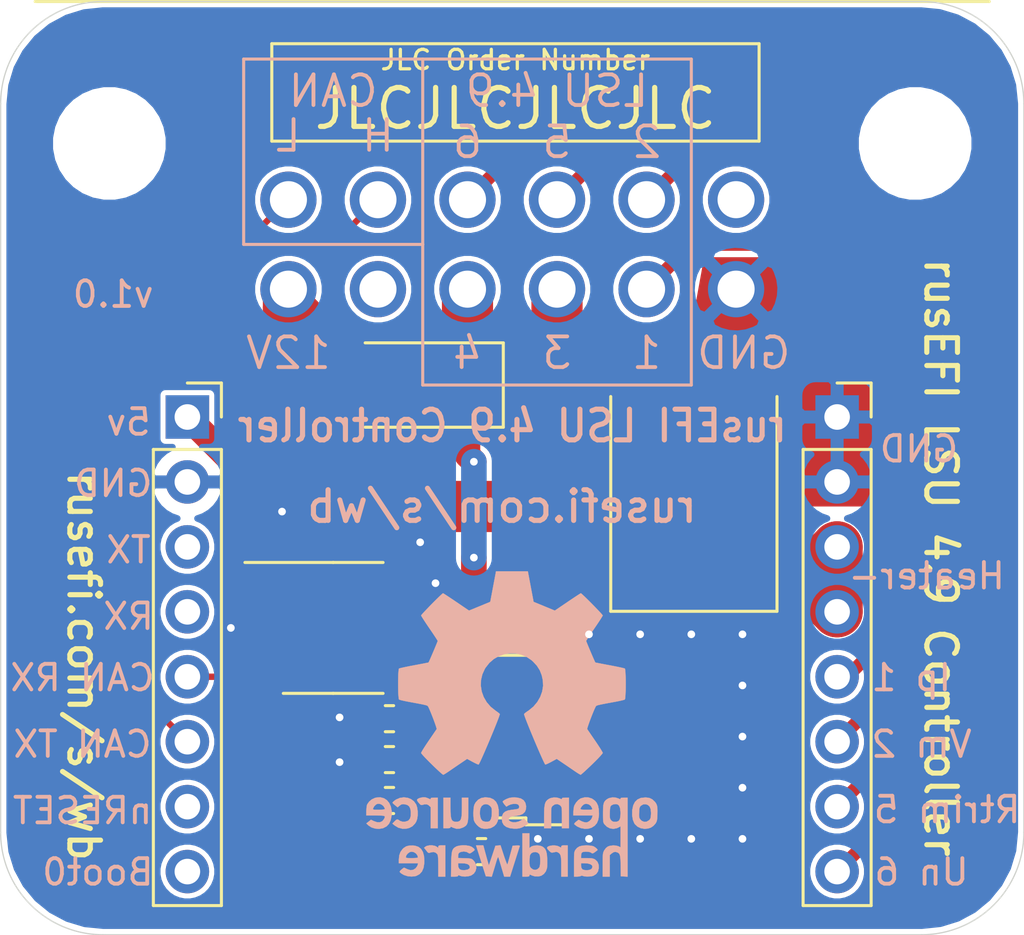
<source format=kicad_pcb>
(kicad_pcb (version 20171130) (host pcbnew "(5.1.5-0-10_14)")

  (general
    (thickness 1.6)
    (drawings 47)
    (tracks 132)
    (zones 0)
    (modules 16)
    (nets 21)
  )

  (page A4)
  (layers
    (0 F.Cu signal)
    (31 B.Cu signal)
    (32 B.Adhes user hide)
    (33 F.Adhes user hide)
    (34 B.Paste user hide)
    (35 F.Paste user hide)
    (36 B.SilkS user)
    (37 F.SilkS user)
    (38 B.Mask user hide)
    (39 F.Mask user hide)
    (40 Dwgs.User user hide)
    (41 Cmts.User user hide)
    (42 Eco1.User user hide)
    (43 Eco2.User user hide)
    (44 Edge.Cuts user)
    (45 Margin user hide)
    (46 B.CrtYd user hide)
    (47 F.CrtYd user)
    (48 B.Fab user hide)
    (49 F.Fab user hide)
  )

  (setup
    (last_trace_width 0.25)
    (user_trace_width 0.25)
    (user_trace_width 0.5)
    (user_trace_width 0.75)
    (user_trace_width 1)
    (user_trace_width 1.5)
    (user_trace_width 2)
    (user_trace_width 2.5)
    (trace_clearance 0.2)
    (zone_clearance 0.2)
    (zone_45_only no)
    (trace_min 0.2)
    (via_size 0.6)
    (via_drill 0.3)
    (via_min_size 0.45)
    (via_min_drill 0.2)
    (user_via 0.6 0.3)
    (uvia_size 0.6)
    (uvia_drill 0.3)
    (uvias_allowed no)
    (uvia_min_size 0.45)
    (uvia_min_drill 0.2)
    (edge_width 0.05)
    (segment_width 0.2)
    (pcb_text_width 0.3)
    (pcb_text_size 1.5 1.5)
    (mod_edge_width 0.12)
    (mod_text_size 1 1)
    (mod_text_width 0.15)
    (pad_size 6.4 5.8)
    (pad_drill 0)
    (pad_to_mask_clearance 0.051)
    (solder_mask_min_width 0.25)
    (aux_axis_origin 0 0)
    (visible_elements FFFFFF7F)
    (pcbplotparams
      (layerselection 0x010fc_ffffffff)
      (usegerberextensions false)
      (usegerberattributes false)
      (usegerberadvancedattributes false)
      (creategerberjobfile false)
      (excludeedgelayer true)
      (linewidth 0.100000)
      (plotframeref false)
      (viasonmask false)
      (mode 1)
      (useauxorigin false)
      (hpglpennumber 1)
      (hpglpenspeed 20)
      (hpglpendiameter 15.000000)
      (psnegative false)
      (psa4output false)
      (plotreference true)
      (plotvalue true)
      (plotinvisibletext false)
      (padsonsilk false)
      (subtractmaskfromsilk false)
      (outputformat 1)
      (mirror false)
      (drillshape 0)
      (scaleselection 1)
      (outputdirectory "export/"))
  )

  (net 0 "")
  (net 1 GND)
  (net 2 +5V)
  (net 3 "Net-(C3-Pad1)")
  (net 4 12V_RAW)
  (net 5 /CAN_H)
  (net 6 /CAN_L)
  (net 7 /CAN_RX)
  (net 8 /CAN_TX)
  (net 9 /LSU_Heater+)
  (net 10 /Boot0)
  (net 11 /nRESET)
  (net 12 /UART_RX)
  (net 13 /UART_TX)
  (net 14 /LSU_Un)
  (net 15 /LSU_Rtrim)
  (net 16 /LSU_Vm)
  (net 17 /LSU_Ip)
  (net 18 /LSU_Heater-)
  (net 19 "Net-(J3-Pad5)")
  (net 20 "Net-(J3-Pad7)")

  (net_class Default "This is the default net class."
    (clearance 0.2)
    (trace_width 0.25)
    (via_dia 0.6)
    (via_drill 0.3)
    (uvia_dia 0.6)
    (uvia_drill 0.3)
    (add_net +5V)
    (add_net /Boot0)
    (add_net /CAN_H)
    (add_net /CAN_L)
    (add_net /CAN_RX)
    (add_net /CAN_TX)
    (add_net /LSU_Heater+)
    (add_net /LSU_Heater-)
    (add_net /LSU_Ip)
    (add_net /LSU_Rtrim)
    (add_net /LSU_Un)
    (add_net /LSU_Vm)
    (add_net /UART_RX)
    (add_net /UART_TX)
    (add_net /nRESET)
    (add_net 12V_RAW)
    (add_net GND)
    (add_net "Net-(C3-Pad1)")
    (add_net "Net-(J3-Pad5)")
    (add_net "Net-(J3-Pad7)")
  )

  (module Capacitor_SMD:C_0402_1005Metric (layer F.Cu) (tedit 5B301BBE) (tstamp 5FC69E5F)
    (at 52.3 74.7 180)
    (descr "Capacitor SMD 0402 (1005 Metric), square (rectangular) end terminal, IPC_7351 nominal, (Body size source: http://www.tortai-tech.com/upload/download/2011102023233369053.pdf), generated with kicad-footprint-generator")
    (tags capacitor)
    (path /5FC7558C)
    (attr smd)
    (fp_text reference C5 (at 0 -1.17) (layer F.SilkS) hide
      (effects (font (size 1 1) (thickness 0.15)))
    )
    (fp_text value 47p (at 0 1.17) (layer F.Fab)
      (effects (font (size 1 1) (thickness 0.15)))
    )
    (fp_text user %R (at 0 0) (layer F.Fab) hide
      (effects (font (size 0.25 0.25) (thickness 0.04)))
    )
    (fp_line (start 0.93 0.47) (end -0.93 0.47) (layer F.CrtYd) (width 0.05))
    (fp_line (start 0.93 -0.47) (end 0.93 0.47) (layer F.CrtYd) (width 0.05))
    (fp_line (start -0.93 -0.47) (end 0.93 -0.47) (layer F.CrtYd) (width 0.05))
    (fp_line (start -0.93 0.47) (end -0.93 -0.47) (layer F.CrtYd) (width 0.05))
    (fp_line (start 0.5 0.25) (end -0.5 0.25) (layer F.Fab) (width 0.1))
    (fp_line (start 0.5 -0.25) (end 0.5 0.25) (layer F.Fab) (width 0.1))
    (fp_line (start -0.5 -0.25) (end 0.5 -0.25) (layer F.Fab) (width 0.1))
    (fp_line (start -0.5 0.25) (end -0.5 -0.25) (layer F.Fab) (width 0.1))
    (pad 2 smd roundrect (at 0.485 0 180) (size 0.59 0.64) (layers F.Cu F.Paste F.Mask) (roundrect_rratio 0.25)
      (net 1 GND))
    (pad 1 smd roundrect (at -0.485 0 180) (size 0.59 0.64) (layers F.Cu F.Paste F.Mask) (roundrect_rratio 0.25)
      (net 6 /CAN_L))
    (model ${KISYS3DMOD}/Capacitor_SMD.3dshapes/C_0402_1005Metric.wrl
      (at (xyz 0 0 0))
      (scale (xyz 1 1 1))
      (rotate (xyz 0 0 0))
    )
  )

  (module Capacitor_SMD:C_0402_1005Metric (layer F.Cu) (tedit 5B301BBE) (tstamp 5FC69E50)
    (at 55.2 75.9 180)
    (descr "Capacitor SMD 0402 (1005 Metric), square (rectangular) end terminal, IPC_7351 nominal, (Body size source: http://www.tortai-tech.com/upload/download/2011102023233369053.pdf), generated with kicad-footprint-generator")
    (tags capacitor)
    (path /5FC74FFA)
    (attr smd)
    (fp_text reference C4 (at 0 -1.17) (layer F.SilkS) hide
      (effects (font (size 1 1) (thickness 0.15)))
    )
    (fp_text value 47p (at 0 1.17) (layer F.Fab)
      (effects (font (size 1 1) (thickness 0.15)))
    )
    (fp_text user %R (at 0 0) (layer F.Fab) hide
      (effects (font (size 0.25 0.25) (thickness 0.04)))
    )
    (fp_line (start 0.93 0.47) (end -0.93 0.47) (layer F.CrtYd) (width 0.05))
    (fp_line (start 0.93 -0.47) (end 0.93 0.47) (layer F.CrtYd) (width 0.05))
    (fp_line (start -0.93 -0.47) (end 0.93 -0.47) (layer F.CrtYd) (width 0.05))
    (fp_line (start -0.93 0.47) (end -0.93 -0.47) (layer F.CrtYd) (width 0.05))
    (fp_line (start 0.5 0.25) (end -0.5 0.25) (layer F.Fab) (width 0.1))
    (fp_line (start 0.5 -0.25) (end 0.5 0.25) (layer F.Fab) (width 0.1))
    (fp_line (start -0.5 -0.25) (end 0.5 -0.25) (layer F.Fab) (width 0.1))
    (fp_line (start -0.5 0.25) (end -0.5 -0.25) (layer F.Fab) (width 0.1))
    (pad 2 smd roundrect (at 0.485 0 180) (size 0.59 0.64) (layers F.Cu F.Paste F.Mask) (roundrect_rratio 0.25)
      (net 5 /CAN_H))
    (pad 1 smd roundrect (at -0.485 0 180) (size 0.59 0.64) (layers F.Cu F.Paste F.Mask) (roundrect_rratio 0.25)
      (net 1 GND))
    (model ${KISYS3DMOD}/Capacitor_SMD.3dshapes/C_0402_1005Metric.wrl
      (at (xyz 0 0 0))
      (scale (xyz 1 1 1))
      (rotate (xyz 0 0 0))
    )
  )

  (module rusefi:JLC_PCB_TAG (layer F.Cu) (tedit 5E6E29AB) (tstamp 5FC69575)
    (at 50.6 56.4)
    (fp_text reference JLCTAG** (at 0 0.5) (layer F.SilkS) hide
      (effects (font (size 1 1) (thickness 0.15)))
    )
    (fp_text value JLC_PCB_TAG (at 0 -0.5) (layer F.Fab)
      (effects (font (size 1 1) (thickness 0.15)))
    )
    (fp_line (start 0 0) (end 19.05 0) (layer F.SilkS) (width 0.12))
    (fp_line (start 19.05 0) (end 19.05 3.81) (layer F.SilkS) (width 0.12))
    (fp_line (start 19.05 3.81) (end 0 3.81) (layer F.SilkS) (width 0.12))
    (fp_line (start 0 3.81) (end 0 0) (layer F.SilkS) (width 0.12))
    (fp_text user "JLC Order Number" (at 9.525 0.635) (layer F.SilkS)
      (effects (font (size 0.762 0.762) (thickness 0.127)))
    )
    (fp_text user JLCJLCJLCJLC (at 9.525 2.54) (layer F.SilkS)
      (effects (font (size 1.524 1.524) (thickness 0.2032)))
    )
  )

  (module Symbol:OSHW-Logo_11.4x12mm_SilkScreen (layer B.Cu) (tedit 0) (tstamp 5FC692B8)
    (at 60 83 180)
    (descr "Open Source Hardware Logo")
    (tags "Logo OSHW")
    (attr virtual)
    (fp_text reference REF** (at 0 0) (layer B.SilkS) hide
      (effects (font (size 1 1) (thickness 0.15)) (justify mirror))
    )
    (fp_text value OSHW-Logo_11.4x12mm_SilkScreen (at 0.75 0) (layer B.Fab) hide
      (effects (font (size 1 1) (thickness 0.15)) (justify mirror))
    )
    (fp_poly (pts (xy 0.746535 5.366828) (xy 0.859117 4.769637) (xy 1.274531 4.59839) (xy 1.689944 4.427143)
      (xy 2.188302 4.766022) (xy 2.327868 4.860378) (xy 2.454028 4.944625) (xy 2.560895 5.014917)
      (xy 2.642582 5.067408) (xy 2.693201 5.098251) (xy 2.706986 5.104902) (xy 2.73182 5.087797)
      (xy 2.784888 5.040511) (xy 2.86024 4.969083) (xy 2.951929 4.879555) (xy 3.054007 4.777966)
      (xy 3.160526 4.670357) (xy 3.265536 4.562768) (xy 3.363091 4.46124) (xy 3.447242 4.371814)
      (xy 3.51204 4.300529) (xy 3.551538 4.253427) (xy 3.56098 4.237663) (xy 3.547391 4.208602)
      (xy 3.509293 4.144934) (xy 3.450694 4.052888) (xy 3.375597 3.938691) (xy 3.288009 3.808571)
      (xy 3.237254 3.734354) (xy 3.144745 3.598833) (xy 3.06254 3.476539) (xy 2.99463 3.37356)
      (xy 2.945 3.295982) (xy 2.91764 3.249894) (xy 2.913529 3.240208) (xy 2.922849 3.212681)
      (xy 2.948254 3.148527) (xy 2.985911 3.056765) (xy 3.031986 2.946416) (xy 3.082646 2.8265)
      (xy 3.134059 2.706036) (xy 3.182389 2.594046) (xy 3.223806 2.499548) (xy 3.254474 2.431563)
      (xy 3.270562 2.399112) (xy 3.271511 2.397835) (xy 3.296772 2.391638) (xy 3.364046 2.377815)
      (xy 3.46636 2.357723) (xy 3.596741 2.332721) (xy 3.748216 2.304169) (xy 3.836594 2.287704)
      (xy 3.998452 2.256886) (xy 4.144649 2.227561) (xy 4.267787 2.201334) (xy 4.360469 2.179809)
      (xy 4.415301 2.16459) (xy 4.426323 2.159762) (xy 4.437119 2.127081) (xy 4.445829 2.05327)
      (xy 4.45246 1.946963) (xy 4.457018 1.816788) (xy 4.459509 1.671379) (xy 4.459938 1.519365)
      (xy 4.458311 1.369378) (xy 4.454635 1.230049) (xy 4.448915 1.11001) (xy 4.441158 1.01789)
      (xy 4.431368 0.962323) (xy 4.425496 0.950755) (xy 4.390399 0.93689) (xy 4.316028 0.917067)
      (xy 4.212223 0.893616) (xy 4.088819 0.868864) (xy 4.045741 0.860857) (xy 3.838047 0.822814)
      (xy 3.673984 0.792176) (xy 3.54813 0.767726) (xy 3.455065 0.748246) (xy 3.389367 0.732519)
      (xy 3.345617 0.719327) (xy 3.318392 0.707451) (xy 3.302272 0.695675) (xy 3.300017 0.693347)
      (xy 3.277503 0.655855) (xy 3.243158 0.58289) (xy 3.200411 0.483388) (xy 3.152692 0.366282)
      (xy 3.10343 0.240507) (xy 3.056055 0.114998) (xy 3.013995 -0.00131) (xy 2.98068 -0.099484)
      (xy 2.959541 -0.170588) (xy 2.954005 -0.205687) (xy 2.954466 -0.206917) (xy 2.973223 -0.235606)
      (xy 3.015776 -0.29873) (xy 3.077653 -0.389718) (xy 3.154382 -0.502) (xy 3.241491 -0.629005)
      (xy 3.266299 -0.665098) (xy 3.354753 -0.795948) (xy 3.432588 -0.915336) (xy 3.495566 -1.016407)
      (xy 3.539445 -1.092304) (xy 3.559985 -1.136172) (xy 3.56098 -1.141562) (xy 3.543722 -1.169889)
      (xy 3.496036 -1.226006) (xy 3.42405 -1.303882) (xy 3.333897 -1.397485) (xy 3.231705 -1.500786)
      (xy 3.123606 -1.607751) (xy 3.015728 -1.712351) (xy 2.914204 -1.808554) (xy 2.825162 -1.890329)
      (xy 2.754733 -1.951645) (xy 2.709047 -1.986471) (xy 2.696409 -1.992157) (xy 2.666991 -1.978765)
      (xy 2.606761 -1.942644) (xy 2.52553 -1.889881) (xy 2.46303 -1.847412) (xy 2.349785 -1.769485)
      (xy 2.215674 -1.677729) (xy 2.081155 -1.58612) (xy 2.008833 -1.537091) (xy 1.764038 -1.371515)
      (xy 1.558551 -1.48262) (xy 1.464936 -1.531293) (xy 1.38533 -1.569126) (xy 1.331467 -1.590703)
      (xy 1.317757 -1.593706) (xy 1.30127 -1.571538) (xy 1.268745 -1.508894) (xy 1.222609 -1.411554)
      (xy 1.16529 -1.285294) (xy 1.099216 -1.135895) (xy 1.026815 -0.969133) (xy 0.950516 -0.790787)
      (xy 0.872746 -0.606636) (xy 0.795934 -0.422457) (xy 0.722506 -0.24403) (xy 0.654892 -0.077132)
      (xy 0.59552 0.072458) (xy 0.546816 0.198962) (xy 0.51121 0.296601) (xy 0.49113 0.359598)
      (xy 0.4879 0.381234) (xy 0.513496 0.408831) (xy 0.569539 0.45363) (xy 0.644311 0.506321)
      (xy 0.650587 0.51049) (xy 0.843845 0.665186) (xy 0.999674 0.845664) (xy 1.116724 1.046153)
      (xy 1.193645 1.260881) (xy 1.229086 1.484078) (xy 1.221697 1.709974) (xy 1.170127 1.932796)
      (xy 1.073026 2.146776) (xy 1.044458 2.193591) (xy 0.895868 2.382637) (xy 0.720327 2.534443)
      (xy 0.52391 2.648221) (xy 0.312693 2.72318) (xy 0.092753 2.758533) (xy -0.129837 2.753488)
      (xy -0.348999 2.707256) (xy -0.558658 2.619049) (xy -0.752739 2.488076) (xy -0.812774 2.434918)
      (xy -0.965565 2.268516) (xy -1.076903 2.093343) (xy -1.153277 1.896989) (xy -1.195813 1.702538)
      (xy -1.206314 1.483913) (xy -1.171299 1.264203) (xy -1.094327 1.050835) (xy -0.978953 0.851233)
      (xy -0.828734 0.672826) (xy -0.647227 0.523038) (xy -0.623373 0.507249) (xy -0.547799 0.455543)
      (xy -0.490349 0.410743) (xy -0.462883 0.382138) (xy -0.462483 0.381234) (xy -0.46838 0.350291)
      (xy -0.491755 0.280064) (xy -0.530179 0.17633) (xy -0.581223 0.044865) (xy -0.642458 -0.108552)
      (xy -0.711456 -0.278146) (xy -0.785786 -0.458138) (xy -0.863022 -0.642753) (xy -0.940732 -0.826213)
      (xy -1.016489 -1.002741) (xy -1.087863 -1.166559) (xy -1.152426 -1.311892) (xy -1.207748 -1.432962)
      (xy -1.2514 -1.523992) (xy -1.280954 -1.579205) (xy -1.292856 -1.593706) (xy -1.329223 -1.582414)
      (xy -1.39727 -1.55213) (xy -1.485263 -1.508265) (xy -1.533649 -1.48262) (xy -1.739137 -1.371515)
      (xy -1.983932 -1.537091) (xy -2.108894 -1.621915) (xy -2.245705 -1.715261) (xy -2.373911 -1.803153)
      (xy -2.438129 -1.847412) (xy -2.528449 -1.908063) (xy -2.604929 -1.956126) (xy -2.657593 -1.985515)
      (xy -2.674698 -1.991727) (xy -2.699595 -1.974968) (xy -2.754695 -1.928181) (xy -2.834657 -1.856225)
      (xy -2.934139 -1.763957) (xy -3.0478 -1.656235) (xy -3.119685 -1.587071) (xy -3.245449 -1.463502)
      (xy -3.354137 -1.352979) (xy -3.441355 -1.26023) (xy -3.502711 -1.189982) (xy -3.533809 -1.146965)
      (xy -3.536792 -1.138235) (xy -3.522947 -1.105029) (xy -3.484688 -1.037887) (xy -3.426258 -0.943608)
      (xy -3.351903 -0.82899) (xy -3.265865 -0.700828) (xy -3.241397 -0.665098) (xy -3.152245 -0.535234)
      (xy -3.072262 -0.418314) (xy -3.00592 -0.320907) (xy -2.957689 -0.249584) (xy -2.932043 -0.210915)
      (xy -2.929565 -0.206917) (xy -2.933271 -0.1761) (xy -2.952939 -0.108344) (xy -2.98514 -0.012584)
      (xy -3.026445 0.102246) (xy -3.073425 0.227211) (xy -3.122651 0.353376) (xy -3.170692 0.471807)
      (xy -3.214119 0.57357) (xy -3.249504 0.649729) (xy -3.273416 0.691351) (xy -3.275116 0.693347)
      (xy -3.289738 0.705242) (xy -3.314435 0.717005) (xy -3.354628 0.729854) (xy -3.415737 0.745006)
      (xy -3.503183 0.763679) (xy -3.622388 0.78709) (xy -3.778773 0.816458) (xy -3.977757 0.853)
      (xy -4.02084 0.860857) (xy -4.148529 0.885528) (xy -4.259847 0.909662) (xy -4.344955 0.930931)
      (xy -4.394017 0.947007) (xy -4.400595 0.950755) (xy -4.411436 0.983982) (xy -4.420247 1.058234)
      (xy -4.427024 1.164879) (xy -4.43176 1.295288) (xy -4.43445 1.440828) (xy -4.435087 1.592869)
      (xy -4.433666 1.742779) (xy -4.43018 1.881927) (xy -4.424624 2.001683) (xy -4.416992 2.093414)
      (xy -4.407278 2.148489) (xy -4.401422 2.159762) (xy -4.36882 2.171132) (xy -4.294582 2.189631)
      (xy -4.186104 2.213653) (xy -4.050783 2.241593) (xy -3.896015 2.271847) (xy -3.811692 2.287704)
      (xy -3.651704 2.317611) (xy -3.509033 2.344705) (xy -3.390652 2.367624) (xy -3.303535 2.385012)
      (xy -3.254655 2.395508) (xy -3.24661 2.397835) (xy -3.233013 2.424069) (xy -3.204271 2.48726)
      (xy -3.164215 2.578378) (xy -3.116676 2.688398) (xy -3.065485 2.80829) (xy -3.014474 2.929028)
      (xy -2.967474 3.041584) (xy -2.928316 3.136929) (xy -2.900831 3.206038) (xy -2.888851 3.239881)
      (xy -2.888628 3.24136) (xy -2.902209 3.268058) (xy -2.940285 3.329495) (xy -2.998853 3.419566)
      (xy -3.073912 3.532165) (xy -3.16146 3.661185) (xy -3.212353 3.735294) (xy -3.305091 3.871178)
      (xy -3.387459 3.994546) (xy -3.455439 4.099158) (xy -3.505012 4.178772) (xy -3.532158 4.227148)
      (xy -3.536079 4.237993) (xy -3.519225 4.263235) (xy -3.472632 4.317131) (xy -3.402251 4.393642)
      (xy -3.314035 4.486732) (xy -3.213935 4.59036) (xy -3.107902 4.698491) (xy -3.001889 4.805085)
      (xy -2.901848 4.904105) (xy -2.81373 4.989513) (xy -2.743487 5.05527) (xy -2.697072 5.095339)
      (xy -2.681544 5.104902) (xy -2.656261 5.091455) (xy -2.595789 5.05368) (xy -2.506008 4.99542)
      (xy -2.392797 4.920521) (xy -2.262036 4.83283) (xy -2.1634 4.766022) (xy -1.665043 4.427143)
      (xy -1.249629 4.59839) (xy -0.834216 4.769637) (xy -0.721634 5.366828) (xy -0.609051 5.96402)
      (xy 0.633952 5.96402) (xy 0.746535 5.366828)) (layer B.SilkS) (width 0.01))
    (fp_poly (pts (xy 3.563637 -2.887472) (xy 3.64929 -2.913641) (xy 3.704437 -2.946707) (xy 3.722401 -2.972855)
      (xy 3.717457 -3.003852) (xy 3.685372 -3.052547) (xy 3.658243 -3.087035) (xy 3.602317 -3.149383)
      (xy 3.560299 -3.175615) (xy 3.52448 -3.173903) (xy 3.418224 -3.146863) (xy 3.340189 -3.148091)
      (xy 3.27682 -3.178735) (xy 3.255546 -3.19667) (xy 3.187451 -3.259779) (xy 3.187451 -4.083922)
      (xy 2.913529 -4.083922) (xy 2.913529 -2.888628) (xy 3.05049 -2.888628) (xy 3.132719 -2.891879)
      (xy 3.175144 -2.903426) (xy 3.187445 -2.925952) (xy 3.187451 -2.92662) (xy 3.19326 -2.950215)
      (xy 3.219531 -2.947138) (xy 3.255931 -2.930115) (xy 3.331111 -2.898439) (xy 3.392158 -2.879381)
      (xy 3.470708 -2.874496) (xy 3.563637 -2.887472)) (layer B.SilkS) (width 0.01))
    (fp_poly (pts (xy -1.49324 -2.909199) (xy -1.431264 -2.938802) (xy -1.371241 -2.981561) (xy -1.325514 -3.030775)
      (xy -1.292207 -3.093544) (xy -1.269445 -3.176971) (xy -1.255353 -3.288159) (xy -1.248058 -3.434209)
      (xy -1.245682 -3.622223) (xy -1.245645 -3.641912) (xy -1.245098 -4.083922) (xy -1.51902 -4.083922)
      (xy -1.51902 -3.676435) (xy -1.519215 -3.525471) (xy -1.520564 -3.416056) (xy -1.524212 -3.339933)
      (xy -1.531304 -3.288848) (xy -1.542987 -3.254545) (xy -1.560406 -3.228768) (xy -1.584671 -3.203298)
      (xy -1.669565 -3.148571) (xy -1.762239 -3.138416) (xy -1.850527 -3.173017) (xy -1.88123 -3.19877)
      (xy -1.903771 -3.222982) (xy -1.919954 -3.248912) (xy -1.930832 -3.284708) (xy -1.937458 -3.338519)
      (xy -1.940885 -3.418493) (xy -1.942166 -3.532779) (xy -1.942353 -3.671907) (xy -1.942353 -4.083922)
      (xy -2.216275 -4.083922) (xy -2.216275 -2.888628) (xy -2.079314 -2.888628) (xy -1.997084 -2.891879)
      (xy -1.95466 -2.903426) (xy -1.942359 -2.925952) (xy -1.942353 -2.92662) (xy -1.936646 -2.948681)
      (xy -1.911473 -2.946177) (xy -1.861422 -2.921937) (xy -1.747906 -2.886271) (xy -1.618055 -2.882305)
      (xy -1.49324 -2.909199)) (layer B.SilkS) (width 0.01))
    (fp_poly (pts (xy 5.303287 -2.884355) (xy 5.367051 -2.899845) (xy 5.4893 -2.956569) (xy 5.593834 -3.043202)
      (xy 5.66618 -3.147074) (xy 5.676119 -3.170396) (xy 5.689754 -3.231484) (xy 5.699298 -3.321853)
      (xy 5.702549 -3.41319) (xy 5.702549 -3.585882) (xy 5.34147 -3.585882) (xy 5.192546 -3.586445)
      (xy 5.087632 -3.589864) (xy 5.020937 -3.598731) (xy 4.986666 -3.615641) (xy 4.979028 -3.643189)
      (xy 4.992229 -3.683968) (xy 5.015877 -3.731683) (xy 5.081843 -3.811314) (xy 5.173512 -3.850987)
      (xy 5.285555 -3.849695) (xy 5.412472 -3.806514) (xy 5.522158 -3.753224) (xy 5.613173 -3.825191)
      (xy 5.704188 -3.897157) (xy 5.618563 -3.976269) (xy 5.50425 -4.051017) (xy 5.363666 -4.096084)
      (xy 5.212449 -4.108696) (xy 5.066236 -4.086079) (xy 5.042647 -4.078405) (xy 4.914141 -4.011296)
      (xy 4.818551 -3.911247) (xy 4.753861 -3.775271) (xy 4.718057 -3.60038) (xy 4.71764 -3.596632)
      (xy 4.714434 -3.406032) (xy 4.727393 -3.338035) (xy 4.980392 -3.338035) (xy 5.003627 -3.348491)
      (xy 5.06671 -3.3565) (xy 5.159706 -3.361073) (xy 5.218638 -3.361765) (xy 5.328537 -3.361332)
      (xy 5.397252 -3.358578) (xy 5.433405 -3.351321) (xy 5.445615 -3.337376) (xy 5.442504 -3.314562)
      (xy 5.439894 -3.305735) (xy 5.395344 -3.2228) (xy 5.325279 -3.15596) (xy 5.263446 -3.126589)
      (xy 5.181301 -3.128362) (xy 5.098062 -3.16499) (xy 5.028238 -3.225634) (xy 4.986337 -3.299456)
      (xy 4.980392 -3.338035) (xy 4.727393 -3.338035) (xy 4.746385 -3.238395) (xy 4.809773 -3.097711)
      (xy 4.900878 -2.987974) (xy 5.015978 -2.913174) (xy 5.151355 -2.877304) (xy 5.303287 -2.884355)) (layer B.SilkS) (width 0.01))
    (fp_poly (pts (xy 4.390976 -2.899056) (xy 4.535256 -2.960348) (xy 4.580699 -2.990185) (xy 4.638779 -3.036036)
      (xy 4.675238 -3.072089) (xy 4.681568 -3.083832) (xy 4.663693 -3.109889) (xy 4.61795 -3.154105)
      (xy 4.581328 -3.184965) (xy 4.481088 -3.26552) (xy 4.401935 -3.198918) (xy 4.340769 -3.155921)
      (xy 4.281129 -3.141079) (xy 4.212872 -3.144704) (xy 4.104482 -3.171652) (xy 4.029872 -3.227587)
      (xy 3.98453 -3.318014) (xy 3.963947 -3.448435) (xy 3.963942 -3.448517) (xy 3.965722 -3.59429)
      (xy 3.993387 -3.701245) (xy 4.048571 -3.774064) (xy 4.086192 -3.798723) (xy 4.186105 -3.829431)
      (xy 4.292822 -3.829449) (xy 4.385669 -3.799655) (xy 4.407647 -3.785098) (xy 4.462765 -3.747914)
      (xy 4.505859 -3.74182) (xy 4.552335 -3.769496) (xy 4.603716 -3.819205) (xy 4.685046 -3.903116)
      (xy 4.594749 -3.977546) (xy 4.455236 -4.061549) (xy 4.297912 -4.102947) (xy 4.133503 -4.09995)
      (xy 4.025531 -4.0725) (xy 3.899331 -4.00462) (xy 3.798401 -3.897831) (xy 3.752548 -3.822451)
      (xy 3.71541 -3.714297) (xy 3.696827 -3.577318) (xy 3.696684 -3.428864) (xy 3.714865 -3.286281)
      (xy 3.751255 -3.166918) (xy 3.756987 -3.15468) (xy 3.841865 -3.034655) (xy 3.956782 -2.947267)
      (xy 4.092659 -2.894329) (xy 4.240417 -2.877654) (xy 4.390976 -2.899056)) (layer B.SilkS) (width 0.01))
    (fp_poly (pts (xy 1.967254 -3.276245) (xy 1.969608 -3.458879) (xy 1.978207 -3.5976) (xy 1.99536 -3.698147)
      (xy 2.023374 -3.766254) (xy 2.064557 -3.807659) (xy 2.121217 -3.828097) (xy 2.191372 -3.833318)
      (xy 2.264848 -3.827468) (xy 2.320657 -3.806093) (xy 2.361109 -3.763458) (xy 2.388509 -3.693825)
      (xy 2.405167 -3.59146) (xy 2.413389 -3.450624) (xy 2.41549 -3.276245) (xy 2.41549 -2.888628)
      (xy 2.689411 -2.888628) (xy 2.689411 -4.083922) (xy 2.552451 -4.083922) (xy 2.469884 -4.080576)
      (xy 2.427368 -4.068826) (xy 2.41549 -4.04652) (xy 2.408336 -4.026654) (xy 2.379865 -4.030857)
      (xy 2.322476 -4.058971) (xy 2.190945 -4.102342) (xy 2.051438 -4.09927) (xy 1.917765 -4.052174)
      (xy 1.854108 -4.014971) (xy 1.805553 -3.974691) (xy 1.770081 -3.924291) (xy 1.745674 -3.856729)
      (xy 1.730313 -3.764965) (xy 1.721982 -3.641955) (xy 1.718662 -3.480659) (xy 1.718235 -3.355928)
      (xy 1.718235 -2.888628) (xy 1.967254 -2.888628) (xy 1.967254 -3.276245)) (layer B.SilkS) (width 0.01))
    (fp_poly (pts (xy 1.209547 -2.903364) (xy 1.335502 -2.971959) (xy 1.434047 -3.080245) (xy 1.480478 -3.168315)
      (xy 1.500412 -3.246101) (xy 1.513328 -3.356993) (xy 1.518863 -3.484738) (xy 1.516654 -3.613084)
      (xy 1.506337 -3.725779) (xy 1.494286 -3.785969) (xy 1.453634 -3.868311) (xy 1.38323 -3.95577)
      (xy 1.298382 -4.032251) (xy 1.214397 -4.081655) (xy 1.212349 -4.082439) (xy 1.108134 -4.104027)
      (xy 0.984627 -4.104562) (xy 0.867261 -4.084908) (xy 0.821942 -4.069155) (xy 0.70522 -4.002966)
      (xy 0.621624 -3.916246) (xy 0.566701 -3.801438) (xy 0.535995 -3.650982) (xy 0.529047 -3.572173)
      (xy 0.529933 -3.473145) (xy 0.796862 -3.473145) (xy 0.805854 -3.617645) (xy 0.831736 -3.72776)
      (xy 0.872868 -3.798116) (xy 0.902172 -3.818235) (xy 0.977251 -3.832265) (xy 1.066494 -3.828111)
      (xy 1.14365 -3.807922) (xy 1.163883 -3.796815) (xy 1.217265 -3.732123) (xy 1.2525 -3.633119)
      (xy 1.267498 -3.512632) (xy 1.260172 -3.383494) (xy 1.243799 -3.305775) (xy 1.19679 -3.215771)
      (xy 1.122582 -3.159509) (xy 1.033209 -3.140057) (xy 0.940707 -3.160481) (xy 0.869653 -3.210437)
      (xy 0.832312 -3.251655) (xy 0.810518 -3.292281) (xy 0.80013 -3.347264) (xy 0.797006 -3.431549)
      (xy 0.796862 -3.473145) (xy 0.529933 -3.473145) (xy 0.53093 -3.361874) (xy 0.56518 -3.189423)
      (xy 0.631802 -3.054814) (xy 0.730799 -2.95804) (xy 0.862175 -2.899094) (xy 0.890385 -2.892259)
      (xy 1.059926 -2.876213) (xy 1.209547 -2.903364)) (layer B.SilkS) (width 0.01))
    (fp_poly (pts (xy 0.027759 -2.884345) (xy 0.122059 -2.902229) (xy 0.21989 -2.939633) (xy 0.230343 -2.944402)
      (xy 0.304531 -2.983412) (xy 0.35591 -3.019664) (xy 0.372517 -3.042887) (xy 0.356702 -3.080761)
      (xy 0.318288 -3.136644) (xy 0.301237 -3.157505) (xy 0.230969 -3.239618) (xy 0.140379 -3.186168)
      (xy 0.054164 -3.150561) (xy -0.045451 -3.131529) (xy -0.140981 -3.130326) (xy -0.214939 -3.14821)
      (xy -0.232688 -3.159373) (xy -0.266488 -3.210553) (xy -0.270596 -3.269509) (xy -0.245304 -3.315567)
      (xy -0.230344 -3.324499) (xy -0.185514 -3.335592) (xy -0.106714 -3.34863) (xy -0.009574 -3.361088)
      (xy 0.008346 -3.363042) (xy 0.164365 -3.39003) (xy 0.277523 -3.435873) (xy 0.352569 -3.504803)
      (xy 0.394253 -3.601054) (xy 0.407238 -3.718617) (xy 0.389299 -3.852254) (xy 0.33105 -3.957195)
      (xy 0.232255 -4.03363) (xy 0.092682 -4.081748) (xy -0.062255 -4.100732) (xy -0.188602 -4.100504)
      (xy -0.291087 -4.083262) (xy -0.361079 -4.059457) (xy -0.449517 -4.017978) (xy -0.531246 -3.969842)
      (xy -0.560295 -3.948655) (xy -0.635 -3.887676) (xy -0.544902 -3.796508) (xy -0.454804 -3.705339)
      (xy -0.352368 -3.773128) (xy -0.249626 -3.824042) (xy -0.139913 -3.850673) (xy -0.034449 -3.853483)
      (xy 0.055546 -3.832935) (xy 0.118854 -3.789493) (xy 0.139296 -3.752838) (xy 0.136229 -3.694053)
      (xy 0.085434 -3.649099) (xy -0.012952 -3.618057) (xy -0.120744 -3.60371) (xy -0.286635 -3.576337)
      (xy -0.409876 -3.524693) (xy -0.492114 -3.447266) (xy -0.534999 -3.342544) (xy -0.54094 -3.218387)
      (xy -0.511594 -3.088702) (xy -0.444691 -2.990677) (xy -0.339629 -2.923866) (xy -0.19581 -2.88782)
      (xy -0.089262 -2.880754) (xy 0.027759 -2.884345)) (layer B.SilkS) (width 0.01))
    (fp_poly (pts (xy -2.686796 -2.916354) (xy -2.661981 -2.928037) (xy -2.576094 -2.990951) (xy -2.494879 -3.082769)
      (xy -2.434236 -3.183868) (xy -2.416988 -3.230349) (xy -2.401251 -3.313376) (xy -2.391867 -3.413713)
      (xy -2.390728 -3.455147) (xy -2.390589 -3.585882) (xy -3.143047 -3.585882) (xy -3.127007 -3.654363)
      (xy -3.087637 -3.735355) (xy -3.018806 -3.805351) (xy -2.936919 -3.850441) (xy -2.884737 -3.859804)
      (xy -2.813971 -3.848441) (xy -2.72954 -3.819943) (xy -2.700858 -3.806831) (xy -2.594791 -3.753858)
      (xy -2.504272 -3.822901) (xy -2.452039 -3.869597) (xy -2.424247 -3.90814) (xy -2.42284 -3.919452)
      (xy -2.447668 -3.946868) (xy -2.502083 -3.988532) (xy -2.551472 -4.021037) (xy -2.684748 -4.079468)
      (xy -2.834161 -4.105915) (xy -2.982249 -4.099039) (xy -3.100295 -4.063096) (xy -3.221982 -3.986101)
      (xy -3.30846 -3.884728) (xy -3.362559 -3.75357) (xy -3.387109 -3.587224) (xy -3.389286 -3.511108)
      (xy -3.380573 -3.336685) (xy -3.379503 -3.331611) (xy -3.130173 -3.331611) (xy -3.123306 -3.347968)
      (xy -3.095083 -3.356988) (xy -3.036873 -3.360854) (xy -2.940042 -3.361749) (xy -2.902757 -3.361765)
      (xy -2.789317 -3.360413) (xy -2.717378 -3.355505) (xy -2.678687 -3.34576) (xy -2.664995 -3.329899)
      (xy -2.66451 -3.324805) (xy -2.680137 -3.284326) (xy -2.719247 -3.227621) (xy -2.736061 -3.207766)
      (xy -2.798481 -3.151611) (xy -2.863547 -3.129532) (xy -2.898603 -3.127686) (xy -2.993442 -3.150766)
      (xy -3.072973 -3.212759) (xy -3.123423 -3.302802) (xy -3.124317 -3.305735) (xy -3.130173 -3.331611)
      (xy -3.379503 -3.331611) (xy -3.351601 -3.199343) (xy -3.29941 -3.089461) (xy -3.235579 -3.011461)
      (xy -3.117567 -2.926882) (xy -2.978842 -2.881686) (xy -2.83129 -2.8776) (xy -2.686796 -2.916354)) (layer B.SilkS) (width 0.01))
    (fp_poly (pts (xy -5.026753 -2.901568) (xy -4.896478 -2.959163) (xy -4.797581 -3.055334) (xy -4.729918 -3.190229)
      (xy -4.693345 -3.363996) (xy -4.690724 -3.391126) (xy -4.68867 -3.582408) (xy -4.715301 -3.750073)
      (xy -4.768999 -3.885967) (xy -4.797753 -3.929681) (xy -4.897909 -4.022198) (xy -5.025463 -4.082119)
      (xy -5.168163 -4.106985) (xy -5.31376 -4.094339) (xy -5.424438 -4.055391) (xy -5.519616 -3.989755)
      (xy -5.597406 -3.903699) (xy -5.598751 -3.901685) (xy -5.630343 -3.84857) (xy -5.650873 -3.79516)
      (xy -5.663305 -3.727754) (xy -5.670603 -3.632653) (xy -5.673818 -3.554666) (xy -5.675156 -3.483944)
      (xy -5.426186 -3.483944) (xy -5.423753 -3.554348) (xy -5.41492 -3.648068) (xy -5.399336 -3.708214)
      (xy -5.371234 -3.751006) (xy -5.344914 -3.776002) (xy -5.251608 -3.828338) (xy -5.15398 -3.835333)
      (xy -5.063058 -3.797676) (xy -5.017598 -3.755479) (xy -4.984838 -3.712956) (xy -4.965677 -3.672267)
      (xy -4.957267 -3.619314) (xy -4.956763 -3.539997) (xy -4.959355 -3.46695) (xy -4.964929 -3.362601)
      (xy -4.973766 -3.29492) (xy -4.989693 -3.250774) (xy -5.016538 -3.217031) (xy -5.037811 -3.197746)
      (xy -5.126794 -3.147086) (xy -5.222789 -3.14456) (xy -5.303281 -3.174567) (xy -5.371947 -3.237231)
      (xy -5.412856 -3.340168) (xy -5.426186 -3.483944) (xy -5.675156 -3.483944) (xy -5.676754 -3.399582)
      (xy -5.67174 -3.2836) (xy -5.656717 -3.196367) (xy -5.629624 -3.12753) (xy -5.5884 -3.066737)
      (xy -5.573115 -3.048686) (xy -5.477546 -2.958746) (xy -5.375039 -2.906211) (xy -5.249679 -2.884201)
      (xy -5.18855 -2.882402) (xy -5.026753 -2.901568)) (layer B.SilkS) (width 0.01))
    (fp_poly (pts (xy 4.025307 -4.762784) (xy 4.144337 -4.793731) (xy 4.244021 -4.8576) (xy 4.292288 -4.905313)
      (xy 4.371408 -5.018106) (xy 4.416752 -5.14895) (xy 4.43233 -5.309792) (xy 4.43241 -5.322794)
      (xy 4.432549 -5.45353) (xy 3.680091 -5.45353) (xy 3.69613 -5.52201) (xy 3.725091 -5.584031)
      (xy 3.775778 -5.648654) (xy 3.786379 -5.658971) (xy 3.877494 -5.714805) (xy 3.9814 -5.724275)
      (xy 4.101 -5.68754) (xy 4.121274 -5.677647) (xy 4.183456 -5.647574) (xy 4.225106 -5.63044)
      (xy 4.232373 -5.628855) (xy 4.25774 -5.644242) (xy 4.30612 -5.681887) (xy 4.330679 -5.702459)
      (xy 4.38157 -5.749714) (xy 4.398281 -5.780917) (xy 4.386683 -5.80962) (xy 4.380483 -5.817468)
      (xy 4.338493 -5.851819) (xy 4.269206 -5.893565) (xy 4.220882 -5.917935) (xy 4.083711 -5.960873)
      (xy 3.931847 -5.974786) (xy 3.788024 -5.9583) (xy 3.747745 -5.946496) (xy 3.623078 -5.879689)
      (xy 3.530671 -5.776892) (xy 3.46999 -5.637105) (xy 3.440498 -5.45933) (xy 3.43726 -5.366373)
      (xy 3.446714 -5.231033) (xy 3.68549 -5.231033) (xy 3.708584 -5.241038) (xy 3.770662 -5.248888)
      (xy 3.860914 -5.253521) (xy 3.922058 -5.254314) (xy 4.03204 -5.253549) (xy 4.101457 -5.24997)
      (xy 4.139538 -5.241649) (xy 4.155515 -5.226657) (xy 4.158627 -5.204903) (xy 4.137278 -5.137892)
      (xy 4.083529 -5.071664) (xy 4.012822 -5.020832) (xy 3.942089 -5.000038) (xy 3.846016 -5.018484)
      (xy 3.762849 -5.071811) (xy 3.705186 -5.148677) (xy 3.68549 -5.231033) (xy 3.446714 -5.231033)
      (xy 3.451028 -5.169291) (xy 3.49352 -5.012271) (xy 3.565635 -4.894069) (xy 3.668273 -4.81344)
      (xy 3.802332 -4.769139) (xy 3.874957 -4.760607) (xy 4.025307 -4.762784)) (layer B.SilkS) (width 0.01))
    (fp_poly (pts (xy 3.238446 -4.755883) (xy 3.334177 -4.774755) (xy 3.388677 -4.802699) (xy 3.446008 -4.849123)
      (xy 3.364441 -4.952111) (xy 3.31415 -5.014479) (xy 3.280001 -5.044907) (xy 3.246063 -5.049555)
      (xy 3.196406 -5.034586) (xy 3.173096 -5.026117) (xy 3.078063 -5.013622) (xy 2.991032 -5.040406)
      (xy 2.927138 -5.100915) (xy 2.916759 -5.120208) (xy 2.905456 -5.171314) (xy 2.896732 -5.2655)
      (xy 2.890997 -5.396089) (xy 2.88866 -5.556405) (xy 2.888627 -5.579211) (xy 2.888627 -5.976471)
      (xy 2.614705 -5.976471) (xy 2.614705 -4.756275) (xy 2.751666 -4.756275) (xy 2.830638 -4.758337)
      (xy 2.871779 -4.767513) (xy 2.886992 -4.78829) (xy 2.888627 -4.807886) (xy 2.888627 -4.859497)
      (xy 2.95424 -4.807886) (xy 3.029475 -4.772675) (xy 3.130544 -4.755265) (xy 3.238446 -4.755883)) (layer B.SilkS) (width 0.01))
    (fp_poly (pts (xy 2.056459 -4.763669) (xy 2.16142 -4.789163) (xy 2.191761 -4.802669) (xy 2.250573 -4.838046)
      (xy 2.295709 -4.87789) (xy 2.329106 -4.92912) (xy 2.352701 -4.998654) (xy 2.368433 -5.093409)
      (xy 2.378239 -5.220305) (xy 2.384057 -5.386258) (xy 2.386266 -5.497108) (xy 2.394396 -5.976471)
      (xy 2.255531 -5.976471) (xy 2.171287 -5.972938) (xy 2.127884 -5.960866) (xy 2.116666 -5.940594)
      (xy 2.110744 -5.918674) (xy 2.084266 -5.922865) (xy 2.048186 -5.940441) (xy 1.957862 -5.967382)
      (xy 1.841777 -5.974642) (xy 1.71968 -5.962767) (xy 1.611321 -5.932305) (xy 1.601602 -5.928077)
      (xy 1.502568 -5.858505) (xy 1.437281 -5.761789) (xy 1.40724 -5.648738) (xy 1.409535 -5.608122)
      (xy 1.654633 -5.608122) (xy 1.676229 -5.662782) (xy 1.740259 -5.701952) (xy 1.843565 -5.722974)
      (xy 1.898774 -5.725766) (xy 1.990782 -5.71862) (xy 2.051941 -5.690848) (xy 2.066862 -5.677647)
      (xy 2.107287 -5.605829) (xy 2.116666 -5.540686) (xy 2.116666 -5.45353) (xy 1.995269 -5.45353)
      (xy 1.854153 -5.460722) (xy 1.755173 -5.483345) (xy 1.692633 -5.522964) (xy 1.678631 -5.540628)
      (xy 1.654633 -5.608122) (xy 1.409535 -5.608122) (xy 1.413941 -5.530157) (xy 1.45888 -5.416855)
      (xy 1.520196 -5.340285) (xy 1.557332 -5.307181) (xy 1.593687 -5.285425) (xy 1.64099 -5.272161)
      (xy 1.710973 -5.264528) (xy 1.815364 -5.25967) (xy 1.85677 -5.258273) (xy 2.116666 -5.24978)
      (xy 2.116285 -5.171116) (xy 2.106219 -5.088428) (xy 2.069829 -5.038431) (xy 1.996311 -5.006489)
      (xy 1.994339 -5.00592) (xy 1.890105 -4.993361) (xy 1.788108 -5.009766) (xy 1.712305 -5.049657)
      (xy 1.68189 -5.069354) (xy 1.649132 -5.066629) (xy 1.598721 -5.038091) (xy 1.569119 -5.01795)
      (xy 1.511218 -4.974919) (xy 1.475352 -4.942662) (xy 1.469597 -4.933427) (xy 1.493295 -4.885636)
      (xy 1.563313 -4.828562) (xy 1.593725 -4.809305) (xy 1.681155 -4.77614) (xy 1.798983 -4.75735)
      (xy 1.929866 -4.753129) (xy 2.056459 -4.763669)) (layer B.SilkS) (width 0.01))
    (fp_poly (pts (xy 0.557528 -4.761332) (xy 0.656014 -4.768726) (xy 0.784776 -5.154706) (xy 0.913537 -5.540686)
      (xy 0.953911 -5.403726) (xy 0.978207 -5.319083) (xy 1.010167 -5.204697) (xy 1.044679 -5.078963)
      (xy 1.062928 -5.01152) (xy 1.131571 -4.756275) (xy 1.414773 -4.756275) (xy 1.330122 -5.023971)
      (xy 1.288435 -5.155638) (xy 1.238074 -5.314458) (xy 1.185481 -5.480128) (xy 1.13853 -5.627843)
      (xy 1.031589 -5.96402) (xy 0.800661 -5.979044) (xy 0.73805 -5.772316) (xy 0.699438 -5.643896)
      (xy 0.6573 -5.502322) (xy 0.620472 -5.377285) (xy 0.619018 -5.372309) (xy 0.591511 -5.287586)
      (xy 0.567242 -5.229778) (xy 0.550243 -5.207918) (xy 0.54675 -5.210446) (xy 0.53449 -5.244336)
      (xy 0.511195 -5.31693) (xy 0.4797 -5.419101) (xy 0.442842 -5.54172) (xy 0.422899 -5.609167)
      (xy 0.314895 -5.976471) (xy 0.085679 -5.976471) (xy -0.097561 -5.3975) (xy -0.149037 -5.235091)
      (xy -0.19593 -5.087602) (xy -0.236023 -4.96196) (xy -0.267103 -4.865095) (xy -0.286955 -4.803934)
      (xy -0.292989 -4.786065) (xy -0.288212 -4.767768) (xy -0.250703 -4.759755) (xy -0.172645 -4.760557)
      (xy -0.160426 -4.761163) (xy -0.015674 -4.768726) (xy 0.07913 -5.117353) (xy 0.113977 -5.244497)
      (xy 0.145117 -5.356265) (xy 0.169809 -5.442953) (xy 0.185312 -5.494856) (xy 0.188176 -5.503318)
      (xy 0.200046 -5.493587) (xy 0.223983 -5.443172) (xy 0.257239 -5.358935) (xy 0.297064 -5.247741)
      (xy 0.33073 -5.147297) (xy 0.459041 -4.753939) (xy 0.557528 -4.761332)) (layer B.SilkS) (width 0.01))
    (fp_poly (pts (xy -0.398432 -5.976471) (xy -0.535393 -5.976471) (xy -0.614889 -5.97414) (xy -0.656292 -5.964488)
      (xy -0.671199 -5.943525) (xy -0.672353 -5.929351) (xy -0.674867 -5.900927) (xy -0.69072 -5.895475)
      (xy -0.732379 -5.912998) (xy -0.764776 -5.929351) (xy -0.889151 -5.968103) (xy -1.024354 -5.970346)
      (xy -1.134274 -5.941444) (xy -1.236634 -5.871619) (xy -1.31466 -5.768555) (xy -1.357386 -5.646989)
      (xy -1.358474 -5.640192) (xy -1.364822 -5.566032) (xy -1.367979 -5.45957) (xy -1.367725 -5.379052)
      (xy -1.095711 -5.379052) (xy -1.08941 -5.48607) (xy -1.075075 -5.574278) (xy -1.055669 -5.62409)
      (xy -0.982254 -5.692162) (xy -0.895086 -5.716564) (xy -0.805196 -5.696831) (xy -0.728383 -5.637968)
      (xy -0.699292 -5.598379) (xy -0.682283 -5.551138) (xy -0.674316 -5.482181) (xy -0.672353 -5.378607)
      (xy -0.675866 -5.276039) (xy -0.685143 -5.185921) (xy -0.698294 -5.125613) (xy -0.700486 -5.120208)
      (xy -0.753522 -5.05594) (xy -0.830933 -5.020656) (xy -0.917546 -5.014959) (xy -0.998193 -5.039453)
      (xy -1.057703 -5.094742) (xy -1.063876 -5.105743) (xy -1.083199 -5.172827) (xy -1.093726 -5.269284)
      (xy -1.095711 -5.379052) (xy -1.367725 -5.379052) (xy -1.367596 -5.338225) (xy -1.365806 -5.272918)
      (xy -1.353627 -5.111355) (xy -1.328315 -4.990053) (xy -1.286207 -4.900379) (xy -1.223641 -4.833699)
      (xy -1.1629 -4.794557) (xy -1.078036 -4.76704) (xy -0.972485 -4.757603) (xy -0.864402 -4.76529)
      (xy -0.771942 -4.789146) (xy -0.72309 -4.817685) (xy -0.672353 -4.863601) (xy -0.672353 -4.283137)
      (xy -0.398432 -4.283137) (xy -0.398432 -5.976471)) (layer B.SilkS) (width 0.01))
    (fp_poly (pts (xy -1.967236 -4.758921) (xy -1.92997 -4.770091) (xy -1.917957 -4.794633) (xy -1.917451 -4.805712)
      (xy -1.915296 -4.836572) (xy -1.900449 -4.841417) (xy -1.860343 -4.82026) (xy -1.83652 -4.805806)
      (xy -1.761362 -4.77485) (xy -1.671594 -4.759544) (xy -1.577471 -4.758367) (xy -1.489246 -4.769799)
      (xy -1.417174 -4.79232) (xy -1.371508 -4.824409) (xy -1.362502 -4.864545) (xy -1.367047 -4.875415)
      (xy -1.400179 -4.920534) (xy -1.451555 -4.976026) (xy -1.460848 -4.984996) (xy -1.509818 -5.026245)
      (xy -1.552069 -5.039572) (xy -1.611159 -5.030271) (xy -1.634831 -5.02409) (xy -1.708496 -5.009246)
      (xy -1.76029 -5.015921) (xy -1.804031 -5.039465) (xy -1.844098 -5.071061) (xy -1.873608 -5.110798)
      (xy -1.894116 -5.166252) (xy -1.907176 -5.245003) (xy -1.914344 -5.354629) (xy -1.917176 -5.502706)
      (xy -1.917451 -5.592111) (xy -1.917451 -5.976471) (xy -2.166471 -5.976471) (xy -2.166471 -4.756275)
      (xy -2.041961 -4.756275) (xy -1.967236 -4.758921)) (layer B.SilkS) (width 0.01))
    (fp_poly (pts (xy -2.74128 -4.765922) (xy -2.62413 -4.79718) (xy -2.534949 -4.853837) (xy -2.472016 -4.928045)
      (xy -2.452452 -4.959716) (xy -2.438008 -4.992891) (xy -2.427911 -5.035329) (xy -2.421385 -5.094788)
      (xy -2.417658 -5.179029) (xy -2.415954 -5.29581) (xy -2.4155 -5.45289) (xy -2.415491 -5.494565)
      (xy -2.415491 -5.976471) (xy -2.53502 -5.976471) (xy -2.611261 -5.971131) (xy -2.667634 -5.957604)
      (xy -2.681758 -5.949262) (xy -2.72037 -5.934864) (xy -2.759808 -5.949262) (xy -2.824738 -5.967237)
      (xy -2.919055 -5.974472) (xy -3.023593 -5.971333) (xy -3.119189 -5.958186) (xy -3.175 -5.941318)
      (xy -3.283002 -5.871986) (xy -3.350497 -5.775772) (xy -3.380841 -5.647844) (xy -3.381123 -5.644559)
      (xy -3.37846 -5.587808) (xy -3.137647 -5.587808) (xy -3.116595 -5.652358) (xy -3.082303 -5.688686)
      (xy -3.013468 -5.716162) (xy -2.92261 -5.727129) (xy -2.829958 -5.721731) (xy -2.755744 -5.70011)
      (xy -2.734951 -5.686239) (xy -2.698619 -5.622143) (xy -2.689412 -5.549278) (xy -2.689412 -5.45353)
      (xy -2.827173 -5.45353) (xy -2.958047 -5.463605) (xy -3.057259 -5.492148) (xy -3.118977 -5.536639)
      (xy -3.137647 -5.587808) (xy -3.37846 -5.587808) (xy -3.374564 -5.50479) (xy -3.328466 -5.394282)
      (xy -3.2418 -5.310712) (xy -3.229821 -5.30311) (xy -3.178345 -5.278357) (xy -3.114632 -5.263368)
      (xy -3.025565 -5.256082) (xy -2.919755 -5.254407) (xy -2.689412 -5.254314) (xy -2.689412 -5.157755)
      (xy -2.699183 -5.082836) (xy -2.724116 -5.032644) (xy -2.727035 -5.029972) (xy -2.782519 -5.008015)
      (xy -2.866273 -4.999505) (xy -2.958833 -5.003687) (xy -3.04073 -5.019809) (xy -3.089327 -5.04399)
      (xy -3.115659 -5.063359) (xy -3.143465 -5.067057) (xy -3.181839 -5.051188) (xy -3.239875 -5.011855)
      (xy -3.326669 -4.945164) (xy -3.334635 -4.938916) (xy -3.330553 -4.9158) (xy -3.296499 -4.877352)
      (xy -3.24474 -4.834627) (xy -3.187545 -4.798679) (xy -3.169575 -4.790191) (xy -3.104028 -4.773252)
      (xy -3.00798 -4.76117) (xy -2.900671 -4.756323) (xy -2.895653 -4.756313) (xy -2.74128 -4.765922)) (layer B.SilkS) (width 0.01))
    (fp_poly (pts (xy -3.780091 -2.90956) (xy -3.727588 -2.935499) (xy -3.662842 -2.9807) (xy -3.615653 -3.029991)
      (xy -3.583335 -3.091885) (xy -3.563203 -3.174896) (xy -3.55257 -3.287538) (xy -3.548753 -3.438324)
      (xy -3.54853 -3.503149) (xy -3.549182 -3.645221) (xy -3.551888 -3.746757) (xy -3.557776 -3.817015)
      (xy -3.567973 -3.865256) (xy -3.583606 -3.900738) (xy -3.599872 -3.924943) (xy -3.703705 -4.027929)
      (xy -3.825979 -4.089874) (xy -3.957886 -4.108506) (xy -4.090616 -4.081549) (xy -4.132667 -4.062486)
      (xy -4.233334 -4.010015) (xy -4.233334 -4.832259) (xy -4.159865 -4.794267) (xy -4.063059 -4.764872)
      (xy -3.944072 -4.757342) (xy -3.825255 -4.771245) (xy -3.735527 -4.802476) (xy -3.661101 -4.861954)
      (xy -3.59751 -4.947066) (xy -3.592729 -4.955805) (xy -3.572563 -4.996966) (xy -3.557835 -5.038454)
      (xy -3.547697 -5.088713) (xy -3.541301 -5.156184) (xy -3.537799 -5.249309) (xy -3.536342 -5.376531)
      (xy -3.536079 -5.519701) (xy -3.536079 -5.976471) (xy -3.81 -5.976471) (xy -3.81 -5.134231)
      (xy -3.886617 -5.069763) (xy -3.966207 -5.018194) (xy -4.041578 -5.008818) (xy -4.117367 -5.032947)
      (xy -4.157759 -5.056574) (xy -4.187821 -5.090227) (xy -4.209203 -5.141087) (xy -4.22355 -5.216334)
      (xy -4.23251 -5.323146) (xy -4.23773 -5.468704) (xy -4.239569 -5.565588) (xy -4.245785 -5.96402)
      (xy -4.37652 -5.971547) (xy -4.507255 -5.979073) (xy -4.507255 -3.506582) (xy -4.233334 -3.506582)
      (xy -4.22635 -3.644423) (xy -4.202818 -3.740107) (xy -4.158865 -3.799641) (xy -4.090618 -3.829029)
      (xy -4.021667 -3.834902) (xy -3.943614 -3.828154) (xy -3.891811 -3.801594) (xy -3.859417 -3.766499)
      (xy -3.833916 -3.728752) (xy -3.818735 -3.6867) (xy -3.811981 -3.627779) (xy -3.811759 -3.539428)
      (xy -3.814032 -3.465448) (xy -3.819251 -3.354) (xy -3.827021 -3.280833) (xy -3.840105 -3.234422)
      (xy -3.861268 -3.203244) (xy -3.88124 -3.185223) (xy -3.964686 -3.145925) (xy -4.063449 -3.139579)
      (xy -4.120159 -3.153116) (xy -4.176308 -3.201233) (xy -4.213501 -3.294833) (xy -4.231528 -3.433254)
      (xy -4.233334 -3.506582) (xy -4.507255 -3.506582) (xy -4.507255 -2.888628) (xy -4.370295 -2.888628)
      (xy -4.288065 -2.891879) (xy -4.24564 -2.903426) (xy -4.233339 -2.925952) (xy -4.233334 -2.92662)
      (xy -4.227626 -2.948681) (xy -4.202453 -2.946176) (xy -4.152402 -2.921935) (xy -4.035781 -2.884851)
      (xy -3.904571 -2.880953) (xy -3.780091 -2.90956)) (layer B.SilkS) (width 0.01))
  )

  (module Package_TO_SOT_SMD:TO-252-2 (layer F.Cu) (tedit 5FC69B0A) (tstamp 5FC68E39)
    (at 63 83.5)
    (descr "TO-252 / DPAK SMD package, http://www.infineon.com/cms/en/product/packages/PG-TO252/PG-TO252-3-1/")
    (tags "DPAK TO-252 DPAK-3 TO-252-3 SOT-428")
    (path /5FB67A82)
    (attr smd)
    (fp_text reference U2 (at 0 -4.5) (layer F.SilkS) hide
      (effects (font (size 1 1) (thickness 0.15)))
    )
    (fp_text value LM78M05_TO252 (at 0 4.5) (layer F.Fab)
      (effects (font (size 1 1) (thickness 0.15)))
    )
    (fp_text user %R (at 0 0) (layer F.Fab) hide
      (effects (font (size 1 1) (thickness 0.15)))
    )
    (fp_line (start 5.55 -3.5) (end -5.55 -3.5) (layer F.CrtYd) (width 0.05))
    (fp_line (start 5.55 3.5) (end 5.55 -3.5) (layer F.CrtYd) (width 0.05))
    (fp_line (start -5.55 3.5) (end 5.55 3.5) (layer F.CrtYd) (width 0.05))
    (fp_line (start -5.55 -3.5) (end -5.55 3.5) (layer F.CrtYd) (width 0.05))
    (fp_line (start -2.47 3.18) (end -3.57 3.18) (layer F.SilkS) (width 0.12))
    (fp_line (start -2.47 3.45) (end -2.47 3.18) (layer F.SilkS) (width 0.12))
    (fp_line (start -0.97 3.45) (end -2.47 3.45) (layer F.SilkS) (width 0.12))
    (fp_line (start -2.47 -3.18) (end -5.3 -3.18) (layer F.SilkS) (width 0.12))
    (fp_line (start -2.47 -3.45) (end -2.47 -3.18) (layer F.SilkS) (width 0.12))
    (fp_line (start -0.97 -3.45) (end -2.47 -3.45) (layer F.SilkS) (width 0.12))
    (fp_line (start -4.97 2.655) (end -2.27 2.655) (layer F.Fab) (width 0.1))
    (fp_line (start -4.97 1.905) (end -4.97 2.655) (layer F.Fab) (width 0.1))
    (fp_line (start -2.27 1.905) (end -4.97 1.905) (layer F.Fab) (width 0.1))
    (fp_line (start -4.97 -1.905) (end -2.27 -1.905) (layer F.Fab) (width 0.1))
    (fp_line (start -4.97 -2.655) (end -4.97 -1.905) (layer F.Fab) (width 0.1))
    (fp_line (start -1.865 -2.655) (end -4.97 -2.655) (layer F.Fab) (width 0.1))
    (fp_line (start -1.27 -3.25) (end 3.95 -3.25) (layer F.Fab) (width 0.1))
    (fp_line (start -2.27 -2.25) (end -1.27 -3.25) (layer F.Fab) (width 0.1))
    (fp_line (start -2.27 3.25) (end -2.27 -2.25) (layer F.Fab) (width 0.1))
    (fp_line (start 3.95 3.25) (end -2.27 3.25) (layer F.Fab) (width 0.1))
    (fp_line (start 3.95 -3.25) (end 3.95 3.25) (layer F.Fab) (width 0.1))
    (fp_line (start 4.95 2.7) (end 3.95 2.7) (layer F.Fab) (width 0.1))
    (fp_line (start 4.95 -2.7) (end 4.95 2.7) (layer F.Fab) (width 0.1))
    (fp_line (start 3.95 -2.7) (end 4.95 -2.7) (layer F.Fab) (width 0.1))
    (pad "" smd rect (at 0.425 1.525) (size 3.05 2.75) (layers F.Paste))
    (pad "" smd rect (at 3.775 -1.525) (size 3.05 2.75) (layers F.Paste))
    (pad "" smd rect (at 0.425 -1.525) (size 3.05 2.75) (layers F.Paste))
    (pad "" smd rect (at 3.775 1.525) (size 3.05 2.75) (layers F.Paste))
    (pad 2 smd rect (at 2.1 0) (size 6.4 5.8) (layers F.Cu F.Mask)
      (net 1 GND) (zone_connect 2))
    (pad 3 smd rect (at -4.2 2.28) (size 2.2 1.2) (layers F.Cu F.Paste F.Mask)
      (net 2 +5V))
    (pad 1 smd rect (at -4.2 -2.28) (size 2.2 1.2) (layers F.Cu F.Paste F.Mask)
      (net 9 /LSU_Heater+))
    (model ${KISYS3DMOD}/Package_TO_SOT_SMD.3dshapes/TO-252-2.wrl
      (at (xyz 0 0 0))
      (scale (xyz 1 1 1))
      (rotate (xyz 0 0 0))
    )
  )

  (module Package_SO:SOIC-8_3.9x4.9mm_P1.27mm (layer F.Cu) (tedit 5D9F72B1) (tstamp 5FC36F6A)
    (at 53 79.25)
    (descr "SOIC, 8 Pin (JEDEC MS-012AA, https://www.analog.com/media/en/package-pcb-resources/package/pkg_pdf/soic_narrow-r/r_8.pdf), generated with kicad-footprint-generator ipc_gullwing_generator.py")
    (tags "SOIC SO")
    (path /5FB6A2CB)
    (attr smd)
    (fp_text reference U1 (at 0 -3.4) (layer F.SilkS) hide
      (effects (font (size 1 1) (thickness 0.15)))
    )
    (fp_text value TJA1051T-3 (at 0 3.4) (layer F.Fab)
      (effects (font (size 1 1) (thickness 0.15)))
    )
    (fp_text user %R (at 0 0) (layer F.Fab) hide
      (effects (font (size 0.98 0.98) (thickness 0.15)))
    )
    (fp_line (start 3.7 -2.7) (end -3.7 -2.7) (layer F.CrtYd) (width 0.05))
    (fp_line (start 3.7 2.7) (end 3.7 -2.7) (layer F.CrtYd) (width 0.05))
    (fp_line (start -3.7 2.7) (end 3.7 2.7) (layer F.CrtYd) (width 0.05))
    (fp_line (start -3.7 -2.7) (end -3.7 2.7) (layer F.CrtYd) (width 0.05))
    (fp_line (start -1.95 -1.475) (end -0.975 -2.45) (layer F.Fab) (width 0.1))
    (fp_line (start -1.95 2.45) (end -1.95 -1.475) (layer F.Fab) (width 0.1))
    (fp_line (start 1.95 2.45) (end -1.95 2.45) (layer F.Fab) (width 0.1))
    (fp_line (start 1.95 -2.45) (end 1.95 2.45) (layer F.Fab) (width 0.1))
    (fp_line (start -0.975 -2.45) (end 1.95 -2.45) (layer F.Fab) (width 0.1))
    (fp_line (start 0 -2.56) (end -3.45 -2.56) (layer F.SilkS) (width 0.12))
    (fp_line (start 0 -2.56) (end 1.95 -2.56) (layer F.SilkS) (width 0.12))
    (fp_line (start 0 2.56) (end -1.95 2.56) (layer F.SilkS) (width 0.12))
    (fp_line (start 0 2.56) (end 1.95 2.56) (layer F.SilkS) (width 0.12))
    (pad 8 smd roundrect (at 2.475 -1.905) (size 1.95 0.6) (layers F.Cu F.Paste F.Mask) (roundrect_rratio 0.25)
      (net 1 GND))
    (pad 7 smd roundrect (at 2.475 -0.635) (size 1.95 0.6) (layers F.Cu F.Paste F.Mask) (roundrect_rratio 0.25)
      (net 5 /CAN_H))
    (pad 6 smd roundrect (at 2.475 0.635) (size 1.95 0.6) (layers F.Cu F.Paste F.Mask) (roundrect_rratio 0.25)
      (net 6 /CAN_L))
    (pad 5 smd roundrect (at 2.475 1.905) (size 1.95 0.6) (layers F.Cu F.Paste F.Mask) (roundrect_rratio 0.25)
      (net 3 "Net-(C3-Pad1)"))
    (pad 4 smd roundrect (at -2.475 1.905) (size 1.95 0.6) (layers F.Cu F.Paste F.Mask) (roundrect_rratio 0.25)
      (net 7 /CAN_RX))
    (pad 3 smd roundrect (at -2.475 0.635) (size 1.95 0.6) (layers F.Cu F.Paste F.Mask) (roundrect_rratio 0.25)
      (net 2 +5V))
    (pad 2 smd roundrect (at -2.475 -0.635) (size 1.95 0.6) (layers F.Cu F.Paste F.Mask) (roundrect_rratio 0.25)
      (net 1 GND))
    (pad 1 smd roundrect (at -2.475 -1.905) (size 1.95 0.6) (layers F.Cu F.Paste F.Mask) (roundrect_rratio 0.25)
      (net 8 /CAN_TX))
    (model ${KISYS3DMOD}/Package_SO.3dshapes/SOIC-8_3.9x4.9mm_P1.27mm.wrl
      (at (xyz 0 0 0))
      (scale (xyz 1 1 1))
      (rotate (xyz 0 0 0))
    )
  )

  (module Resistor_SMD:R_0603_1608Metric (layer F.Cu) (tedit 5B301BBD) (tstamp 5FC36F50)
    (at 55.2 82.8 180)
    (descr "Resistor SMD 0603 (1608 Metric), square (rectangular) end terminal, IPC_7351 nominal, (Body size source: http://www.tortai-tech.com/upload/download/2011102023233369053.pdf), generated with kicad-footprint-generator")
    (tags resistor)
    (path /5FB834DF)
    (attr smd)
    (fp_text reference R2 (at 0 -1.43) (layer F.SilkS) hide
      (effects (font (size 1 1) (thickness 0.15)))
    )
    (fp_text value 470 (at 0 1.43) (layer F.Fab)
      (effects (font (size 1 1) (thickness 0.15)))
    )
    (fp_text user %R (at 0 0) (layer F.Fab) hide
      (effects (font (size 0.4 0.4) (thickness 0.06)))
    )
    (fp_line (start 1.48 0.73) (end -1.48 0.73) (layer F.CrtYd) (width 0.05))
    (fp_line (start 1.48 -0.73) (end 1.48 0.73) (layer F.CrtYd) (width 0.05))
    (fp_line (start -1.48 -0.73) (end 1.48 -0.73) (layer F.CrtYd) (width 0.05))
    (fp_line (start -1.48 0.73) (end -1.48 -0.73) (layer F.CrtYd) (width 0.05))
    (fp_line (start -0.162779 0.51) (end 0.162779 0.51) (layer F.SilkS) (width 0.12))
    (fp_line (start -0.162779 -0.51) (end 0.162779 -0.51) (layer F.SilkS) (width 0.12))
    (fp_line (start 0.8 0.4) (end -0.8 0.4) (layer F.Fab) (width 0.1))
    (fp_line (start 0.8 -0.4) (end 0.8 0.4) (layer F.Fab) (width 0.1))
    (fp_line (start -0.8 -0.4) (end 0.8 -0.4) (layer F.Fab) (width 0.1))
    (fp_line (start -0.8 0.4) (end -0.8 -0.4) (layer F.Fab) (width 0.1))
    (pad 2 smd roundrect (at 0.7875 0 180) (size 0.875 0.95) (layers F.Cu F.Paste F.Mask) (roundrect_rratio 0.25)
      (net 1 GND))
    (pad 1 smd roundrect (at -0.7875 0 180) (size 0.875 0.95) (layers F.Cu F.Paste F.Mask) (roundrect_rratio 0.25)
      (net 3 "Net-(C3-Pad1)"))
    (model ${KISYS3DMOD}/Resistor_SMD.3dshapes/R_0603_1608Metric.wrl
      (at (xyz 0 0 0))
      (scale (xyz 1 1 1))
      (rotate (xyz 0 0 0))
    )
  )

  (module Resistor_SMD:R_0603_1608Metric (layer F.Cu) (tedit 5B301BBD) (tstamp 5FC36F3F)
    (at 55.2 86 180)
    (descr "Resistor SMD 0603 (1608 Metric), square (rectangular) end terminal, IPC_7351 nominal, (Body size source: http://www.tortai-tech.com/upload/download/2011102023233369053.pdf), generated with kicad-footprint-generator")
    (tags resistor)
    (path /5FB83149)
    (attr smd)
    (fp_text reference R1 (at 0 -1.43) (layer F.SilkS) hide
      (effects (font (size 1 1) (thickness 0.15)))
    )
    (fp_text value 220 (at 0 1.43) (layer F.Fab)
      (effects (font (size 1 1) (thickness 0.15)))
    )
    (fp_text user %R (at 0 0) (layer F.Fab) hide
      (effects (font (size 0.4 0.4) (thickness 0.06)))
    )
    (fp_line (start 1.48 0.73) (end -1.48 0.73) (layer F.CrtYd) (width 0.05))
    (fp_line (start 1.48 -0.73) (end 1.48 0.73) (layer F.CrtYd) (width 0.05))
    (fp_line (start -1.48 -0.73) (end 1.48 -0.73) (layer F.CrtYd) (width 0.05))
    (fp_line (start -1.48 0.73) (end -1.48 -0.73) (layer F.CrtYd) (width 0.05))
    (fp_line (start -0.162779 0.51) (end 0.162779 0.51) (layer F.SilkS) (width 0.12))
    (fp_line (start -0.162779 -0.51) (end 0.162779 -0.51) (layer F.SilkS) (width 0.12))
    (fp_line (start 0.8 0.4) (end -0.8 0.4) (layer F.Fab) (width 0.1))
    (fp_line (start 0.8 -0.4) (end 0.8 0.4) (layer F.Fab) (width 0.1))
    (fp_line (start -0.8 -0.4) (end 0.8 -0.4) (layer F.Fab) (width 0.1))
    (fp_line (start -0.8 0.4) (end -0.8 -0.4) (layer F.Fab) (width 0.1))
    (pad 2 smd roundrect (at 0.7875 0 180) (size 0.875 0.95) (layers F.Cu F.Paste F.Mask) (roundrect_rratio 0.25)
      (net 3 "Net-(C3-Pad1)"))
    (pad 1 smd roundrect (at -0.7875 0 180) (size 0.875 0.95) (layers F.Cu F.Paste F.Mask) (roundrect_rratio 0.25)
      (net 2 +5V))
    (model ${KISYS3DMOD}/Resistor_SMD.3dshapes/R_0603_1608Metric.wrl
      (at (xyz 0 0 0))
      (scale (xyz 1 1 1))
      (rotate (xyz 0 0 0))
    )
  )

  (module Diode_SMD:D_SMA (layer F.Cu) (tedit 586432E5) (tstamp 5FC36E9C)
    (at 56.25 69.75 180)
    (descr "Diode SMA (DO-214AC)")
    (tags "Diode SMA (DO-214AC)")
    (path /5FB62745)
    (attr smd)
    (fp_text reference D2 (at 0 -2.5) (layer F.SilkS) hide
      (effects (font (size 1 1) (thickness 0.15)))
    )
    (fp_text value D_Schottky (at 0 2.6) (layer F.Fab)
      (effects (font (size 1 1) (thickness 0.15)))
    )
    (fp_line (start -3.4 -1.65) (end 2 -1.65) (layer F.SilkS) (width 0.12))
    (fp_line (start -3.4 1.65) (end 2 1.65) (layer F.SilkS) (width 0.12))
    (fp_line (start -0.64944 0.00102) (end 0.50118 -0.79908) (layer F.Fab) (width 0.1))
    (fp_line (start -0.64944 0.00102) (end 0.50118 0.75032) (layer F.Fab) (width 0.1))
    (fp_line (start 0.50118 0.75032) (end 0.50118 -0.79908) (layer F.Fab) (width 0.1))
    (fp_line (start -0.64944 -0.79908) (end -0.64944 0.80112) (layer F.Fab) (width 0.1))
    (fp_line (start 0.50118 0.00102) (end 1.4994 0.00102) (layer F.Fab) (width 0.1))
    (fp_line (start -0.64944 0.00102) (end -1.55114 0.00102) (layer F.Fab) (width 0.1))
    (fp_line (start -3.5 1.75) (end -3.5 -1.75) (layer F.CrtYd) (width 0.05))
    (fp_line (start 3.5 1.75) (end -3.5 1.75) (layer F.CrtYd) (width 0.05))
    (fp_line (start 3.5 -1.75) (end 3.5 1.75) (layer F.CrtYd) (width 0.05))
    (fp_line (start -3.5 -1.75) (end 3.5 -1.75) (layer F.CrtYd) (width 0.05))
    (fp_line (start 2.3 -1.5) (end -2.3 -1.5) (layer F.Fab) (width 0.1))
    (fp_line (start 2.3 -1.5) (end 2.3 1.5) (layer F.Fab) (width 0.1))
    (fp_line (start -2.3 1.5) (end -2.3 -1.5) (layer F.Fab) (width 0.1))
    (fp_line (start 2.3 1.5) (end -2.3 1.5) (layer F.Fab) (width 0.1))
    (fp_line (start -3.4 -1.65) (end -3.4 1.65) (layer F.SilkS) (width 0.12))
    (fp_text user %R (at 0 -2.5) (layer F.Fab) hide
      (effects (font (size 1 1) (thickness 0.15)))
    )
    (pad 2 smd rect (at 2 0 180) (size 2.5 1.8) (layers F.Cu F.Paste F.Mask)
      (net 4 12V_RAW))
    (pad 1 smd rect (at -2 0 180) (size 2.5 1.8) (layers F.Cu F.Paste F.Mask)
      (net 9 /LSU_Heater+))
    (model ${KISYS3DMOD}/Diode_SMD.3dshapes/D_SMA.wrl
      (at (xyz 0 0 0))
      (scale (xyz 1 1 1))
      (rotate (xyz 0 0 0))
    )
  )

  (module Diode_SMD:D_SMC (layer F.Cu) (tedit 5FC34A03) (tstamp 5FC36E84)
    (at 67.1 73.8 90)
    (descr "Diode SMC (DO-214AB)")
    (tags "Diode SMC (DO-214AB)")
    (path /5FB63423)
    (attr smd)
    (fp_text reference D1 (at 0 -4.1 90) (layer F.SilkS) hide
      (effects (font (size 1 1) (thickness 0.15)))
    )
    (fp_text value D_TVS (at 0 4.2 90) (layer F.Fab)
      (effects (font (size 1 1) (thickness 0.15)))
    )
    (fp_line (start -4.8 -3.25) (end 3.6 -3.25) (layer F.SilkS) (width 0.12))
    (fp_line (start -4.8 3.25) (end 3.6 3.25) (layer F.SilkS) (width 0.12))
    (fp_line (start -0.64944 0.00102) (end 0.50118 -0.79908) (layer F.Fab) (width 0.1))
    (fp_line (start -0.64944 0.00102) (end 0.50118 0.75032) (layer F.Fab) (width 0.1))
    (fp_line (start 0.50118 0.75032) (end 0.50118 -0.79908) (layer F.Fab) (width 0.1))
    (fp_line (start -0.64944 -0.79908) (end -0.64944 0.80112) (layer F.Fab) (width 0.1))
    (fp_line (start 0.50118 0.00102) (end 1.4994 0.00102) (layer F.Fab) (width 0.1))
    (fp_line (start -0.64944 0.00102) (end -1.55114 0.00102) (layer F.Fab) (width 0.1))
    (fp_line (start -4.9 3.35) (end -4.9 -3.35) (layer F.CrtYd) (width 0.05))
    (fp_line (start 4.9 3.35) (end -4.9 3.35) (layer F.CrtYd) (width 0.05))
    (fp_line (start 4.9 -3.35) (end 4.9 3.35) (layer F.CrtYd) (width 0.05))
    (fp_line (start -4.9 -3.35) (end 4.9 -3.35) (layer F.CrtYd) (width 0.05))
    (fp_line (start 3.55 -3.1) (end -3.55 -3.1) (layer F.Fab) (width 0.1))
    (fp_line (start 3.55 -3.1) (end 3.55 3.1) (layer F.Fab) (width 0.1))
    (fp_line (start -3.55 3.1) (end -3.55 -3.1) (layer F.Fab) (width 0.1))
    (fp_line (start 3.55 3.1) (end -3.55 3.1) (layer F.Fab) (width 0.1))
    (fp_line (start -4.8 3.25) (end -4.8 -3.25) (layer F.SilkS) (width 0.12))
    (fp_text user %R (at 0 -1.9 90) (layer F.Fab) hide
      (effects (font (size 1 1) (thickness 0.15)))
    )
    (pad 2 smd rect (at 3.4 0 180) (size 3.3 2.5) (layers F.Cu F.Paste F.Mask)
      (net 1 GND) (zone_connect 2))
    (pad 1 smd rect (at -3.4 0 180) (size 3.3 2.5) (layers F.Cu F.Paste F.Mask)
      (net 4 12V_RAW))
    (model ${KISYS3DMOD}/Diode_SMD.3dshapes/D_SMC.wrl
      (at (xyz 0 0 0))
      (scale (xyz 1 1 1))
      (rotate (xyz 0 0 0))
    )
  )

  (module Capacitor_SMD:C_0603_1608Metric (layer F.Cu) (tedit 5B301BBE) (tstamp 5FC36E6C)
    (at 55.2 84.4 180)
    (descr "Capacitor SMD 0603 (1608 Metric), square (rectangular) end terminal, IPC_7351 nominal, (Body size source: http://www.tortai-tech.com/upload/download/2011102023233369053.pdf), generated with kicad-footprint-generator")
    (tags capacitor)
    (path /5FB842B4)
    (attr smd)
    (fp_text reference C3 (at 0 -1.43) (layer F.SilkS) hide
      (effects (font (size 1 1) (thickness 0.15)))
    )
    (fp_text value 1u (at 0 1.43) (layer F.Fab)
      (effects (font (size 1 1) (thickness 0.15)))
    )
    (fp_text user %R (at 0 0) (layer F.Fab) hide
      (effects (font (size 0.4 0.4) (thickness 0.06)))
    )
    (fp_line (start 1.48 0.73) (end -1.48 0.73) (layer F.CrtYd) (width 0.05))
    (fp_line (start 1.48 -0.73) (end 1.48 0.73) (layer F.CrtYd) (width 0.05))
    (fp_line (start -1.48 -0.73) (end 1.48 -0.73) (layer F.CrtYd) (width 0.05))
    (fp_line (start -1.48 0.73) (end -1.48 -0.73) (layer F.CrtYd) (width 0.05))
    (fp_line (start -0.162779 0.51) (end 0.162779 0.51) (layer F.SilkS) (width 0.12))
    (fp_line (start -0.162779 -0.51) (end 0.162779 -0.51) (layer F.SilkS) (width 0.12))
    (fp_line (start 0.8 0.4) (end -0.8 0.4) (layer F.Fab) (width 0.1))
    (fp_line (start 0.8 -0.4) (end 0.8 0.4) (layer F.Fab) (width 0.1))
    (fp_line (start -0.8 -0.4) (end 0.8 -0.4) (layer F.Fab) (width 0.1))
    (fp_line (start -0.8 0.4) (end -0.8 -0.4) (layer F.Fab) (width 0.1))
    (pad 2 smd roundrect (at 0.7875 0 180) (size 0.875 0.95) (layers F.Cu F.Paste F.Mask) (roundrect_rratio 0.25)
      (net 1 GND))
    (pad 1 smd roundrect (at -0.7875 0 180) (size 0.875 0.95) (layers F.Cu F.Paste F.Mask) (roundrect_rratio 0.25)
      (net 3 "Net-(C3-Pad1)"))
    (model ${KISYS3DMOD}/Capacitor_SMD.3dshapes/C_0603_1608Metric.wrl
      (at (xyz 0 0 0))
      (scale (xyz 1 1 1))
      (rotate (xyz 0 0 0))
    )
  )

  (module Capacitor_SMD:C_0603_1608Metric (layer F.Cu) (tedit 5B301BBE) (tstamp 5FC36E5B)
    (at 58.8 88)
    (descr "Capacitor SMD 0603 (1608 Metric), square (rectangular) end terminal, IPC_7351 nominal, (Body size source: http://www.tortai-tech.com/upload/download/2011102023233369053.pdf), generated with kicad-footprint-generator")
    (tags capacitor)
    (path /5FB6D1DC)
    (attr smd)
    (fp_text reference C2 (at 0 -1.43) (layer F.SilkS) hide
      (effects (font (size 1 1) (thickness 0.15)))
    )
    (fp_text value 1u (at 0 1.43) (layer F.Fab)
      (effects (font (size 1 1) (thickness 0.15)))
    )
    (fp_text user %R (at 0 0) (layer F.Fab) hide
      (effects (font (size 0.4 0.4) (thickness 0.06)))
    )
    (fp_line (start 1.48 0.73) (end -1.48 0.73) (layer F.CrtYd) (width 0.05))
    (fp_line (start 1.48 -0.73) (end 1.48 0.73) (layer F.CrtYd) (width 0.05))
    (fp_line (start -1.48 -0.73) (end 1.48 -0.73) (layer F.CrtYd) (width 0.05))
    (fp_line (start -1.48 0.73) (end -1.48 -0.73) (layer F.CrtYd) (width 0.05))
    (fp_line (start -0.162779 0.51) (end 0.162779 0.51) (layer F.SilkS) (width 0.12))
    (fp_line (start -0.162779 -0.51) (end 0.162779 -0.51) (layer F.SilkS) (width 0.12))
    (fp_line (start 0.8 0.4) (end -0.8 0.4) (layer F.Fab) (width 0.1))
    (fp_line (start 0.8 -0.4) (end 0.8 0.4) (layer F.Fab) (width 0.1))
    (fp_line (start -0.8 -0.4) (end 0.8 -0.4) (layer F.Fab) (width 0.1))
    (fp_line (start -0.8 0.4) (end -0.8 -0.4) (layer F.Fab) (width 0.1))
    (pad 2 smd roundrect (at 0.7875 0) (size 0.875 0.95) (layers F.Cu F.Paste F.Mask) (roundrect_rratio 0.25)
      (net 1 GND))
    (pad 1 smd roundrect (at -0.7875 0) (size 0.875 0.95) (layers F.Cu F.Paste F.Mask) (roundrect_rratio 0.25)
      (net 2 +5V))
    (model ${KISYS3DMOD}/Capacitor_SMD.3dshapes/C_0603_1608Metric.wrl
      (at (xyz 0 0 0))
      (scale (xyz 1 1 1))
      (rotate (xyz 0 0 0))
    )
  )

  (module Capacitor_SMD:C_0603_1608Metric (layer F.Cu) (tedit 5B301BBE) (tstamp 5FC36E4A)
    (at 60.9 79.1)
    (descr "Capacitor SMD 0603 (1608 Metric), square (rectangular) end terminal, IPC_7351 nominal, (Body size source: http://www.tortai-tech.com/upload/download/2011102023233369053.pdf), generated with kicad-footprint-generator")
    (tags capacitor)
    (path /5FB64467)
    (attr smd)
    (fp_text reference C1 (at 0 -1.43) (layer F.SilkS) hide
      (effects (font (size 1 1) (thickness 0.15)))
    )
    (fp_text value 1u (at 0 1.43) (layer F.Fab)
      (effects (font (size 1 1) (thickness 0.15)))
    )
    (fp_text user %R (at 0 0) (layer F.Fab) hide
      (effects (font (size 0.4 0.4) (thickness 0.06)))
    )
    (fp_line (start 1.48 0.73) (end -1.48 0.73) (layer F.CrtYd) (width 0.05))
    (fp_line (start 1.48 -0.73) (end 1.48 0.73) (layer F.CrtYd) (width 0.05))
    (fp_line (start -1.48 -0.73) (end 1.48 -0.73) (layer F.CrtYd) (width 0.05))
    (fp_line (start -1.48 0.73) (end -1.48 -0.73) (layer F.CrtYd) (width 0.05))
    (fp_line (start -0.162779 0.51) (end 0.162779 0.51) (layer F.SilkS) (width 0.12))
    (fp_line (start -0.162779 -0.51) (end 0.162779 -0.51) (layer F.SilkS) (width 0.12))
    (fp_line (start 0.8 0.4) (end -0.8 0.4) (layer F.Fab) (width 0.1))
    (fp_line (start 0.8 -0.4) (end 0.8 0.4) (layer F.Fab) (width 0.1))
    (fp_line (start -0.8 -0.4) (end 0.8 -0.4) (layer F.Fab) (width 0.1))
    (fp_line (start -0.8 0.4) (end -0.8 -0.4) (layer F.Fab) (width 0.1))
    (pad 2 smd roundrect (at 0.7875 0) (size 0.875 0.95) (layers F.Cu F.Paste F.Mask) (roundrect_rratio 0.25)
      (net 1 GND))
    (pad 1 smd roundrect (at -0.7875 0) (size 0.875 0.95) (layers F.Cu F.Paste F.Mask) (roundrect_rratio 0.25)
      (net 9 /LSU_Heater+))
    (model ${KISYS3DMOD}/Capacitor_SMD.3dshapes/C_0603_1608Metric.wrl
      (at (xyz 0 0 0))
      (scale (xyz 1 1 1))
      (rotate (xyz 0 0 0))
    )
  )

  (module mx120:mx120g-12 locked (layer F.Cu) (tedit 5FC300AB) (tstamp 5FC36794)
    (at 60 66)
    (path /5FD3D185)
    (fp_text reference J3 (at 0 2.75) (layer F.SilkS) hide
      (effects (font (size 1 1) (thickness 0.15)))
    )
    (fp_text value Conn_02x06_Top_Bottom (at 0 -6.5) (layer F.Fab)
      (effects (font (size 1 1) (thickness 0.15)))
    )
    (fp_text user "^ PCB Edge ^" (at 0 -10.25) (layer F.Fab)
      (effects (font (size 1 1) (thickness 0.15)))
    )
    (fp_line (start 18.65 -11.25) (end -18.65 -11.25) (layer F.SilkS) (width 0.12))
    (pad "" np_thru_hole circle (at -15.75 -5.7) (size 4 4) (drill 4) (layers *.Cu *.Mask))
    (pad "" np_thru_hole circle (at 15.75 -5.7) (size 4 4) (drill 4) (layers *.Cu *.Mask))
    (pad 12 thru_hole circle (at -8.75 -3.5 180) (size 2.2 2.2) (drill 1.45) (layers *.Cu *.Mask)
      (net 6 /CAN_L))
    (pad 11 thru_hole circle (at -5.25 -3.5 180) (size 2.2 2.2) (drill 1.45) (layers *.Cu *.Mask)
      (net 5 /CAN_H))
    (pad 10 thru_hole circle (at -1.75 -3.5 180) (size 2.2 2.2) (drill 1.45) (layers *.Cu *.Mask)
      (net 14 /LSU_Un))
    (pad 9 thru_hole circle (at 1.75 -3.5 180) (size 2.2 2.2) (drill 1.45) (layers *.Cu *.Mask)
      (net 15 /LSU_Rtrim))
    (pad 8 thru_hole circle (at 5.25 -3.5 180) (size 2.2 2.2) (drill 1.45) (layers *.Cu *.Mask)
      (net 16 /LSU_Vm))
    (pad 7 thru_hole circle (at 8.75 -3.5 180) (size 2.2 2.2) (drill 1.45) (layers *.Cu *.Mask)
      (net 20 "Net-(J3-Pad7)"))
    (pad 6 thru_hole circle (at -8.75 0 180) (size 2.2 2.2) (drill 1.45) (layers *.Cu *.Mask)
      (net 4 12V_RAW))
    (pad 5 thru_hole circle (at -5.25 0 180) (size 2.2 2.2) (drill 1.45) (layers *.Cu *.Mask)
      (net 19 "Net-(J3-Pad5)"))
    (pad 4 thru_hole circle (at -1.75 0 180) (size 2.2 2.2) (drill 1.45) (layers *.Cu *.Mask)
      (net 9 /LSU_Heater+))
    (pad 3 thru_hole circle (at 1.75 0 180) (size 2.2 2.2) (drill 1.45) (layers *.Cu *.Mask)
      (net 18 /LSU_Heater-))
    (pad 2 thru_hole circle (at 5.25 0 180) (size 2.2 2.2) (drill 1.45) (layers *.Cu *.Mask)
      (net 17 /LSU_Ip))
    (pad 1 thru_hole circle (at 8.75 0 180) (size 2.2 2.2) (drill 1.45) (layers *.Cu *.Mask)
      (net 1 GND))
    (model ${KIPRJMOD}/mx120.pretty/367831201.stp
      (offset (xyz 1.6 61.7 14.4))
      (scale (xyz 1 1 1))
      (rotate (xyz 0 180 0))
    )
  )

  (module Connector_PinSocket_2.54mm:PinSocket_1x08_P2.54mm_Vertical locked (layer F.Cu) (tedit 5A19A420) (tstamp 5FB67866)
    (at 72.7 71)
    (descr "Through hole straight socket strip, 1x08, 2.54mm pitch, single row (from Kicad 4.0.7), script generated")
    (tags "Through hole socket strip THT 1x08 2.54mm single row")
    (path /5FB94B65)
    (fp_text reference J2 (at 0 -2.77) (layer F.SilkS) hide
      (effects (font (size 1 1) (thickness 0.15)))
    )
    (fp_text value Conn_01x08 (at 0 20.55) (layer F.Fab)
      (effects (font (size 1 1) (thickness 0.15)))
    )
    (fp_text user %R (at 0 8.89 90) (layer F.Fab) hide
      (effects (font (size 1 1) (thickness 0.15)))
    )
    (fp_line (start -1.8 19.55) (end -1.8 -1.8) (layer F.CrtYd) (width 0.05))
    (fp_line (start 1.75 19.55) (end -1.8 19.55) (layer F.CrtYd) (width 0.05))
    (fp_line (start 1.75 -1.8) (end 1.75 19.55) (layer F.CrtYd) (width 0.05))
    (fp_line (start -1.8 -1.8) (end 1.75 -1.8) (layer F.CrtYd) (width 0.05))
    (fp_line (start 0 -1.33) (end 1.33 -1.33) (layer F.SilkS) (width 0.12))
    (fp_line (start 1.33 -1.33) (end 1.33 0) (layer F.SilkS) (width 0.12))
    (fp_line (start 1.33 1.27) (end 1.33 19.11) (layer F.SilkS) (width 0.12))
    (fp_line (start -1.33 19.11) (end 1.33 19.11) (layer F.SilkS) (width 0.12))
    (fp_line (start -1.33 1.27) (end -1.33 19.11) (layer F.SilkS) (width 0.12))
    (fp_line (start -1.33 1.27) (end 1.33 1.27) (layer F.SilkS) (width 0.12))
    (fp_line (start -1.27 19.05) (end -1.27 -1.27) (layer F.Fab) (width 0.1))
    (fp_line (start 1.27 19.05) (end -1.27 19.05) (layer F.Fab) (width 0.1))
    (fp_line (start 1.27 -0.635) (end 1.27 19.05) (layer F.Fab) (width 0.1))
    (fp_line (start 0.635 -1.27) (end 1.27 -0.635) (layer F.Fab) (width 0.1))
    (fp_line (start -1.27 -1.27) (end 0.635 -1.27) (layer F.Fab) (width 0.1))
    (pad 8 thru_hole oval (at 0 17.78) (size 1.7 1.7) (drill 1) (layers *.Cu *.Mask)
      (net 14 /LSU_Un))
    (pad 7 thru_hole oval (at 0 15.24) (size 1.7 1.7) (drill 1) (layers *.Cu *.Mask)
      (net 15 /LSU_Rtrim))
    (pad 6 thru_hole oval (at 0 12.7) (size 1.7 1.7) (drill 1) (layers *.Cu *.Mask)
      (net 16 /LSU_Vm))
    (pad 5 thru_hole oval (at 0 10.16) (size 1.7 1.7) (drill 1) (layers *.Cu *.Mask)
      (net 17 /LSU_Ip))
    (pad 4 thru_hole oval (at 0 7.62) (size 1.7 1.7) (drill 1) (layers *.Cu *.Mask)
      (net 18 /LSU_Heater-))
    (pad 3 thru_hole oval (at 0 5.08) (size 1.7 1.7) (drill 1) (layers *.Cu *.Mask)
      (net 18 /LSU_Heater-))
    (pad 2 thru_hole oval (at 0 2.54) (size 1.7 1.7) (drill 1) (layers *.Cu *.Mask)
      (net 1 GND))
    (pad 1 thru_hole rect (at 0 0) (size 1.7 1.7) (drill 1) (layers *.Cu *.Mask)
      (net 1 GND))
    (model ${KISYS3DMOD}/Connector_PinSocket_2.54mm.3dshapes/PinSocket_1x08_P2.54mm_Vertical.wrl
      (at (xyz 0 0 0))
      (scale (xyz 1 1 1))
      (rotate (xyz 0 0 0))
    )
  )

  (module Connector_PinSocket_2.54mm:PinSocket_1x08_P2.54mm_Vertical locked (layer F.Cu) (tedit 5A19A420) (tstamp 5FC36A2A)
    (at 47.3 71)
    (descr "Through hole straight socket strip, 1x08, 2.54mm pitch, single row (from Kicad 4.0.7), script generated")
    (tags "Through hole socket strip THT 1x08 2.54mm single row")
    (path /5FB96561)
    (fp_text reference J1 (at 0 -2.77) (layer F.SilkS) hide
      (effects (font (size 1 1) (thickness 0.15)))
    )
    (fp_text value Conn_01x08 (at 0 20.55) (layer F.Fab)
      (effects (font (size 1 1) (thickness 0.15)))
    )
    (fp_text user %R (at 0 8.89 90) (layer F.Fab) hide
      (effects (font (size 1 1) (thickness 0.15)))
    )
    (fp_line (start -1.8 19.55) (end -1.8 -1.8) (layer F.CrtYd) (width 0.05))
    (fp_line (start 1.75 19.55) (end -1.8 19.55) (layer F.CrtYd) (width 0.05))
    (fp_line (start 1.75 -1.8) (end 1.75 19.55) (layer F.CrtYd) (width 0.05))
    (fp_line (start -1.8 -1.8) (end 1.75 -1.8) (layer F.CrtYd) (width 0.05))
    (fp_line (start 0 -1.33) (end 1.33 -1.33) (layer F.SilkS) (width 0.12))
    (fp_line (start 1.33 -1.33) (end 1.33 0) (layer F.SilkS) (width 0.12))
    (fp_line (start 1.33 1.27) (end 1.33 19.11) (layer F.SilkS) (width 0.12))
    (fp_line (start -1.33 19.11) (end 1.33 19.11) (layer F.SilkS) (width 0.12))
    (fp_line (start -1.33 1.27) (end -1.33 19.11) (layer F.SilkS) (width 0.12))
    (fp_line (start -1.33 1.27) (end 1.33 1.27) (layer F.SilkS) (width 0.12))
    (fp_line (start -1.27 19.05) (end -1.27 -1.27) (layer F.Fab) (width 0.1))
    (fp_line (start 1.27 19.05) (end -1.27 19.05) (layer F.Fab) (width 0.1))
    (fp_line (start 1.27 -0.635) (end 1.27 19.05) (layer F.Fab) (width 0.1))
    (fp_line (start 0.635 -1.27) (end 1.27 -0.635) (layer F.Fab) (width 0.1))
    (fp_line (start -1.27 -1.27) (end 0.635 -1.27) (layer F.Fab) (width 0.1))
    (pad 8 thru_hole oval (at 0 17.78) (size 1.7 1.7) (drill 1) (layers *.Cu *.Mask)
      (net 10 /Boot0))
    (pad 7 thru_hole oval (at 0 15.24) (size 1.7 1.7) (drill 1) (layers *.Cu *.Mask)
      (net 11 /nRESET))
    (pad 6 thru_hole oval (at 0 12.7) (size 1.7 1.7) (drill 1) (layers *.Cu *.Mask)
      (net 8 /CAN_TX))
    (pad 5 thru_hole oval (at 0 10.16) (size 1.7 1.7) (drill 1) (layers *.Cu *.Mask)
      (net 7 /CAN_RX))
    (pad 4 thru_hole oval (at 0 7.62) (size 1.7 1.7) (drill 1) (layers *.Cu *.Mask)
      (net 12 /UART_RX))
    (pad 3 thru_hole oval (at 0 5.08) (size 1.7 1.7) (drill 1) (layers *.Cu *.Mask)
      (net 13 /UART_TX))
    (pad 2 thru_hole oval (at 0 2.54) (size 1.7 1.7) (drill 1) (layers *.Cu *.Mask)
      (net 1 GND))
    (pad 1 thru_hole rect (at 0 0) (size 1.7 1.7) (drill 1) (layers *.Cu *.Mask)
      (net 2 +5V))
    (model ${KISYS3DMOD}/Connector_PinSocket_2.54mm.3dshapes/PinSocket_1x08_P2.54mm_Vertical.wrl
      (at (xyz 0 0 0))
      (scale (xyz 1 1 1))
      (rotate (xyz 0 0 0))
    )
  )

  (gr_text "rusEFI LSU 4.9 Controller" (at 60 71.35) (layer B.SilkS) (tstamp 5FC5F8E3)
    (effects (font (size 1.2 1.1) (thickness 0.2)) (justify mirror))
  )
  (gr_text v1.0 (at 44.4 66.2) (layer B.SilkS)
    (effects (font (size 1 1) (thickness 0.15)) (justify mirror))
  )
  (gr_text 5v (at 45 71.2) (layer B.SilkS)
    (effects (font (size 1 1) (thickness 0.15)) (justify mirror))
  )
  (gr_text GND (at 44.4 73.6) (layer B.SilkS)
    (effects (font (size 1 1) (thickness 0.15)) (justify mirror))
  )
  (gr_text TX (at 45 76.2) (layer B.SilkS)
    (effects (font (size 1 1) (thickness 0.15)) (justify mirror))
  )
  (gr_text RX (at 45 78.8) (layer B.SilkS)
    (effects (font (size 1 1) (thickness 0.15)) (justify mirror))
  )
  (gr_text "CAN RX" (at 43.2 81.2) (layer B.SilkS)
    (effects (font (size 1 1) (thickness 0.15)) (justify mirror))
  )
  (gr_text "CAN TX" (at 43.2 83.8) (layer B.SilkS)
    (effects (font (size 1 1) (thickness 0.15)) (justify mirror))
  )
  (gr_text nRESET (at 43.2 86.4) (layer B.SilkS)
    (effects (font (size 1 1) (thickness 0.15)) (justify mirror))
  )
  (gr_text Boot0 (at 43.8 88.8) (layer B.SilkS)
    (effects (font (size 1 1) (thickness 0.15)) (justify mirror))
  )
  (gr_text "Rtrim 5" (at 77 86.36) (layer B.SilkS)
    (effects (font (size 1 1) (thickness 0.15)) (justify mirror))
  )
  (gr_text "Un 6" (at 76 88.8) (layer B.SilkS)
    (effects (font (size 1 1) (thickness 0.15)) (justify mirror))
  )
  (gr_text "Vm 2" (at 76 83.8) (layer B.SilkS)
    (effects (font (size 1 1) (thickness 0.15)) (justify mirror))
  )
  (gr_text "Ip 1" (at 75.6 81.2) (layer B.SilkS)
    (effects (font (size 1 1) (thickness 0.15)) (justify mirror))
  )
  (gr_text Heater- (at 76.2 77.216) (layer B.SilkS)
    (effects (font (size 1 1) (thickness 0.15)) (justify mirror))
  )
  (gr_text GND (at 75.9 72.25) (layer B.SilkS)
    (effects (font (size 1 1) (thickness 0.15)) (justify mirror))
  )
  (gr_text rusefi.com/s/wb (at 59.6 74.5) (layer B.SilkS) (tstamp 5FC5F8DE)
    (effects (font (size 1.2 1.2) (thickness 0.2)) (justify mirror))
  )
  (gr_line (start 67 57) (end 67 69.75) (layer B.SilkS) (width 0.12) (tstamp 5FC5F77B))
  (gr_text "rusEFI LSU 4.9 Controller" (at 76.75 76.5 270) (layer F.SilkS)
    (effects (font (size 1.2 1.2) (thickness 0.2)))
  )
  (gr_text rusefi.com/s/wb (at 43.25 80.75 270) (layer F.SilkS)
    (effects (font (size 1.2 1.2) (thickness 0.2)))
  )
  (gr_line (start 49.5 64.25) (end 56.5 64.25) (layer B.SilkS) (width 0.12) (tstamp 5FC3A171))
  (gr_line (start 49.5 57) (end 49.5 64.25) (layer B.SilkS) (width 0.12))
  (gr_line (start 56.5 57) (end 49.5 57) (layer B.SilkS) (width 0.12))
  (gr_line (start 56.5 64.25) (end 56.5 57) (layer B.SilkS) (width 0.12))
  (gr_text "LSU 4.9" (at 61.75 58.25) (layer B.SilkS) (tstamp 5FC3A002)
    (effects (font (size 1.2 1.2) (thickness 0.15)) (justify mirror))
  )
  (gr_line (start 56.5 69.75) (end 67 69.75) (layer B.SilkS) (width 0.12))
  (gr_line (start 56.5 64.25) (end 56.5 69.75) (layer B.SilkS) (width 0.12))
  (gr_line (start 67 57) (end 56.5 57) (layer B.SilkS) (width 0.12))
  (gr_text 2 (at 65.25 60.25) (layer B.SilkS) (tstamp 5FC5F78E)
    (effects (font (size 1.2 1.2) (thickness 0.15)) (justify mirror))
  )
  (gr_text 5 (at 61.75 60.25) (layer B.SilkS) (tstamp 5FC39FCD)
    (effects (font (size 1.2 1.2) (thickness 0.15)) (justify mirror))
  )
  (gr_text 6 (at 58.25 60.25) (layer B.SilkS) (tstamp 5FC39FCB)
    (effects (font (size 1.2 1.2) (thickness 0.15)) (justify mirror))
  )
  (gr_text 4 (at 58.25 68.5) (layer B.SilkS) (tstamp 5FC39FC9)
    (effects (font (size 1.2 1.2) (thickness 0.15)) (justify mirror))
  )
  (gr_text 3 (at 61.75 68.5) (layer B.SilkS) (tstamp 5FC39FC7)
    (effects (font (size 1.2 1.2) (thickness 0.15)) (justify mirror))
  )
  (gr_text 1 (at 65.25 68.5) (layer B.SilkS) (tstamp 5FC39FC5)
    (effects (font (size 1.2 1.2) (thickness 0.15)) (justify mirror))
  )
  (gr_text H (at 54.75 60) (layer B.SilkS) (tstamp 5FC39E6D)
    (effects (font (size 1.2 1.2) (thickness 0.15)) (justify mirror))
  )
  (gr_text L (at 51.25 60) (layer B.SilkS) (tstamp 5FC39E6B)
    (effects (font (size 1.2 1.2) (thickness 0.15)) (justify mirror))
  )
  (gr_text GND (at 69.05 68.5) (layer B.SilkS) (tstamp 5FC39E5C)
    (effects (font (size 1.2 1.2) (thickness 0.15)) (justify mirror))
  )
  (gr_text 12V (at 51.25 68.5) (layer B.SilkS) (tstamp 5FC39E5A)
    (effects (font (size 1.2 1.2) (thickness 0.15)) (justify mirror))
  )
  (gr_text CAN (at 53 58.25) (layer B.SilkS) (tstamp 5FC39E57)
    (effects (font (size 1.2 1.2) (thickness 0.15)) (justify mirror))
  )
  (gr_arc (start 76 87.25) (end 76 91.25) (angle -90) (layer Edge.Cuts) (width 0.05))
  (gr_arc (start 44 87.25) (end 40 87.25) (angle -90) (layer Edge.Cuts) (width 0.05))
  (gr_arc (start 44 58.75) (end 44 54.75) (angle -90) (layer Edge.Cuts) (width 0.05))
  (gr_arc (start 76 58.75) (end 80 58.75) (angle -90) (layer Edge.Cuts) (width 0.05))
  (gr_line (start 80 87.25) (end 80 58.75) (layer Edge.Cuts) (width 0.05) (tstamp 5FC36C81))
  (gr_line (start 44 91.25) (end 76 91.25) (layer Edge.Cuts) (width 0.05))
  (gr_line (start 40 58.75) (end 40 87.25) (layer Edge.Cuts) (width 0.05))
  (gr_line (start 76 54.75) (end 44 54.75) (layer Edge.Cuts) (width 0.05))

  (via (at 63 79.5) (size 0.6) (drill 0.3) (layers F.Cu B.Cu) (net 1) (tstamp 5FC38227))
  (via (at 65 79.5) (size 0.6) (drill 0.3) (layers F.Cu B.Cu) (net 1) (tstamp 5FC38229))
  (via (at 67 79.5) (size 0.6) (drill 0.3) (layers F.Cu B.Cu) (net 1) (tstamp 5FC3822B))
  (via (at 69 79.5) (size 0.6) (drill 0.3) (layers F.Cu B.Cu) (net 1) (tstamp 5FC3822D))
  (via (at 69 81.5) (size 0.6) (drill 0.3) (layers F.Cu B.Cu) (net 1) (tstamp 5FC3822F))
  (via (at 69 83.5) (size 0.6) (drill 0.3) (layers F.Cu B.Cu) (net 1) (tstamp 5FC38231))
  (via (at 69 85.5) (size 0.6) (drill 0.3) (layers F.Cu B.Cu) (net 1) (tstamp 5FC38233))
  (via (at 69 87.5) (size 0.6) (drill 0.3) (layers F.Cu B.Cu) (net 1) (tstamp 5FC38235))
  (via (at 67 87.5) (size 0.6) (drill 0.3) (layers F.Cu B.Cu) (net 1) (tstamp 5FC38237))
  (via (at 65 87.5) (size 0.6) (drill 0.3) (layers F.Cu B.Cu) (net 1) (tstamp 5FC38239))
  (via (at 63 87.5) (size 0.6) (drill 0.3) (layers F.Cu B.Cu) (net 1) (tstamp 5FC3823B))
  (via (at 61 87.5) (size 0.6) (drill 0.3) (layers F.Cu B.Cu) (net 1) (tstamp 5FC3823D))
  (via (at 53.25 82.75) (size 0.6) (drill 0.3) (layers F.Cu B.Cu) (net 1))
  (segment (start 53.3 82.8) (end 53.25 82.75) (width 0.25) (layer F.Cu) (net 1))
  (segment (start 54.4125 82.8) (end 53.3 82.8) (width 0.25) (layer F.Cu) (net 1))
  (via (at 53.25 84.5) (size 0.6) (drill 0.3) (layers F.Cu B.Cu) (net 1))
  (segment (start 53.35 84.4) (end 53.25 84.5) (width 0.25) (layer F.Cu) (net 1))
  (segment (start 54.4125 84.4) (end 53.35 84.4) (width 0.25) (layer F.Cu) (net 1))
  (via (at 49 79.25) (size 0.6) (drill 0.3) (layers F.Cu B.Cu) (net 1))
  (segment (start 49.635 78.615) (end 49 79.25) (width 0.25) (layer F.Cu) (net 1))
  (segment (start 50.525 78.615) (end 49.635 78.615) (width 0.25) (layer F.Cu) (net 1))
  (via (at 57 77.5) (size 0.6) (drill 0.3) (layers F.Cu B.Cu) (net 1))
  (segment (start 56.845 77.345) (end 57 77.5) (width 0.25) (layer F.Cu) (net 1))
  (segment (start 55.475 77.345) (end 56.845 77.345) (width 0.25) (layer F.Cu) (net 1))
  (via (at 56.4 75.9) (size 0.6) (drill 0.3) (layers F.Cu B.Cu) (net 1))
  (segment (start 55.685 75.9) (end 56.4 75.9) (width 0.25) (layer F.Cu) (net 1))
  (via (at 51 74.7) (size 0.6) (drill 0.3) (layers F.Cu B.Cu) (net 1))
  (segment (start 51.815 74.7) (end 51 74.7) (width 0.25) (layer F.Cu) (net 1))
  (segment (start 56.2075 85.78) (end 55.9875 86) (width 0.25) (layer F.Cu) (net 2))
  (segment (start 58.8 85.78) (end 56.2075 85.78) (width 0.25) (layer F.Cu) (net 2))
  (segment (start 58.0125 86.5675) (end 58.0125 88) (width 1) (layer F.Cu) (net 2))
  (segment (start 58.8 85.78) (end 58.0125 86.5675) (width 1) (layer F.Cu) (net 2))
  (segment (start 52.75 88) (end 58.0125 88) (width 1) (layer F.Cu) (net 2))
  (segment (start 52 87.25) (end 52.75 88) (width 1) (layer F.Cu) (net 2))
  (segment (start 52 82.25) (end 52 87.25) (width 1) (layer F.Cu) (net 2))
  (segment (start 52.5 81.75) (end 52 82.25) (width 1) (layer F.Cu) (net 2))
  (segment (start 52.365 79.885) (end 50.525 79.885) (width 0.5) (layer F.Cu) (net 2))
  (segment (start 52.5 79.75) (end 52.365 79.885) (width 0.5) (layer F.Cu) (net 2))
  (segment (start 52.5 79.75) (end 52.5 81.75) (width 1) (layer F.Cu) (net 2))
  (segment (start 47.3 71) (end 49.2 72.9) (width 1) (layer F.Cu) (net 2))
  (segment (start 49.2 72.9) (end 49.2 75.3) (width 1) (layer F.Cu) (net 2))
  (segment (start 49.2 75.3) (end 49.8 75.9) (width 1) (layer F.Cu) (net 2))
  (segment (start 49.8 75.9) (end 51.8 75.9) (width 1) (layer F.Cu) (net 2))
  (segment (start 52.5 76.6) (end 52.5 79.75) (width 1) (layer F.Cu) (net 2))
  (segment (start 51.8 75.9) (end 52.5 76.6) (width 1) (layer F.Cu) (net 2))
  (segment (start 55.475 82.2875) (end 55.9875 82.8) (width 0.25) (layer F.Cu) (net 3))
  (segment (start 55.475 81.155) (end 55.475 82.2875) (width 0.25) (layer F.Cu) (net 3))
  (segment (start 55.9875 82.8) (end 55.9875 84.4) (width 0.25) (layer F.Cu) (net 3))
  (segment (start 54.4125 85.975) (end 55.9875 84.4) (width 0.25) (layer F.Cu) (net 3))
  (segment (start 54.4125 86) (end 54.4125 85.975) (width 0.25) (layer F.Cu) (net 3))
  (segment (start 51.25 66.75) (end 54.25 69.75) (width 2) (layer F.Cu) (net 4))
  (segment (start 51.25 66) (end 51.25 66.75) (width 2) (layer F.Cu) (net 4))
  (segment (start 64.7 77.2) (end 67.1 77.2) (width 2) (layer F.Cu) (net 4))
  (segment (start 54.25 71.75) (end 57 74.5) (width 2) (layer F.Cu) (net 4))
  (segment (start 62 74.5) (end 64.7 77.2) (width 2) (layer F.Cu) (net 4))
  (segment (start 57 74.5) (end 62 74.5) (width 2) (layer F.Cu) (net 4))
  (segment (start 54.25 69.75) (end 54.25 71.75) (width 2) (layer F.Cu) (net 4))
  (segment (start 55.475 78.615) (end 54.115 78.615) (width 0.25) (layer F.Cu) (net 5))
  (segment (start 54.115 78.615) (end 54 78.5) (width 0.25) (layer F.Cu) (net 5))
  (segment (start 54 73.75) (end 52.5 72.25) (width 0.25) (layer F.Cu) (net 5))
  (segment (start 52.5 72.25) (end 52.5 70.25) (width 0.25) (layer F.Cu) (net 5))
  (segment (start 52.5 70.25) (end 49.5 67.25) (width 0.25) (layer F.Cu) (net 5))
  (segment (start 49.5 67.25) (end 49.5 65) (width 0.25) (layer F.Cu) (net 5))
  (segment (start 49.5 65) (end 50.25 64.25) (width 0.25) (layer F.Cu) (net 5))
  (segment (start 53 64.25) (end 54.75 62.5) (width 0.25) (layer F.Cu) (net 5))
  (segment (start 50.25 64.25) (end 53 64.25) (width 0.25) (layer F.Cu) (net 5))
  (segment (start 54 75.9) (end 54.715 75.9) (width 0.25) (layer F.Cu) (net 5))
  (segment (start 54 78.5) (end 54 75.9) (width 0.25) (layer F.Cu) (net 5))
  (segment (start 54 75.9) (end 54 73.75) (width 0.25) (layer F.Cu) (net 5))
  (segment (start 51.25 62.5) (end 49 64.75) (width 0.25) (layer F.Cu) (net 6))
  (segment (start 49 64.75) (end 49 67.5) (width 0.25) (layer F.Cu) (net 6))
  (segment (start 49 67.5) (end 52 70.5) (width 0.25) (layer F.Cu) (net 6))
  (segment (start 52 70.5) (end 52 72.5) (width 0.25) (layer F.Cu) (net 6))
  (segment (start 52 72.5) (end 53.5 74) (width 0.25) (layer F.Cu) (net 6))
  (segment (start 54.385 79.885) (end 55.475 79.885) (width 0.25) (layer F.Cu) (net 6))
  (segment (start 53.5 79) (end 54.385 79.885) (width 0.25) (layer F.Cu) (net 6))
  (segment (start 53.5 74.7) (end 52.785 74.7) (width 0.25) (layer F.Cu) (net 6))
  (segment (start 53.5 74) (end 53.5 74.7) (width 0.25) (layer F.Cu) (net 6))
  (segment (start 53.5 74.7) (end 53.5 79) (width 0.25) (layer F.Cu) (net 6))
  (segment (start 50.52 81.16) (end 50.525 81.155) (width 0.25) (layer F.Cu) (net 7))
  (segment (start 47.3 81.16) (end 50.52 81.16) (width 0.25) (layer F.Cu) (net 7))
  (segment (start 47.3 83.7) (end 45.7 82.1) (width 0.25) (layer F.Cu) (net 8))
  (segment (start 45.7 82.1) (end 45.7 78) (width 0.25) (layer F.Cu) (net 8))
  (segment (start 46.355 77.345) (end 50.525 77.345) (width 0.25) (layer F.Cu) (net 8))
  (segment (start 45.7 78) (end 46.355 77.345) (width 0.25) (layer F.Cu) (net 8))
  (segment (start 58.25 66) (end 58.25 69.75) (width 2) (layer F.Cu) (net 9))
  (segment (start 58.8 80.4125) (end 60.1125 79.1) (width 1) (layer F.Cu) (net 9))
  (segment (start 58.8 81.22) (end 58.8 80.4125) (width 1) (layer F.Cu) (net 9))
  (via (at 58.5 76.5) (size 0.6) (drill 0.3) (layers F.Cu B.Cu) (net 9))
  (segment (start 58.5 77.4875) (end 58.5 76.5) (width 1) (layer F.Cu) (net 9))
  (segment (start 60.1125 79.1) (end 58.5 77.4875) (width 1) (layer F.Cu) (net 9))
  (via (at 58.5 72.75) (size 0.6) (drill 0.3) (layers F.Cu B.Cu) (net 9))
  (segment (start 58.5 76.5) (end 58.5 72.75) (width 1) (layer B.Cu) (net 9))
  (segment (start 58.25 72.5) (end 58.25 69.75) (width 1) (layer F.Cu) (net 9))
  (segment (start 58.5 72.75) (end 58.25 72.5) (width 1) (layer F.Cu) (net 9))
  (segment (start 72.7 88.78) (end 77.5 83.98) (width 0.5) (layer F.Cu) (net 14))
  (segment (start 77.5 83.98) (end 77.5 68.25) (width 0.5) (layer F.Cu) (net 14))
  (segment (start 77.5 68.25) (end 72.15 62.9) (width 0.5) (layer F.Cu) (net 14))
  (segment (start 72.15 62.9) (end 72.15 61.1) (width 0.5) (layer F.Cu) (net 14))
  (segment (start 72.15 61.1) (end 70.35 59.3) (width 0.5) (layer F.Cu) (net 14))
  (segment (start 61.45 59.3) (end 58.25 62.5) (width 0.5) (layer F.Cu) (net 14))
  (segment (start 70.35 59.3) (end 61.45 59.3) (width 0.5) (layer F.Cu) (net 14))
  (segment (start 76.75 82.19) (end 72.7 86.24) (width 0.5) (layer F.Cu) (net 15))
  (segment (start 76.75 68.5) (end 76.75 82.19) (width 0.5) (layer F.Cu) (net 15))
  (segment (start 61.75 62.5) (end 64.25 60) (width 0.5) (layer F.Cu) (net 15))
  (segment (start 64.25 60) (end 70.05 60) (width 0.5) (layer F.Cu) (net 15))
  (segment (start 70.05 60) (end 71.45 61.4) (width 0.5) (layer F.Cu) (net 15))
  (segment (start 71.45 63.2) (end 76.75 68.5) (width 0.5) (layer F.Cu) (net 15))
  (segment (start 71.45 61.4) (end 71.45 63.2) (width 0.5) (layer F.Cu) (net 15))
  (segment (start 72.7 83.7) (end 76 80.4) (width 0.5) (layer F.Cu) (net 16))
  (segment (start 76 80.4) (end 76 68.75) (width 0.5) (layer F.Cu) (net 16))
  (segment (start 76 68.75) (end 70.75 63.5) (width 0.5) (layer F.Cu) (net 16))
  (segment (start 70.75 63.5) (end 70.75 61.7) (width 0.5) (layer F.Cu) (net 16))
  (segment (start 70.75 61.7) (end 69.75 60.7) (width 0.5) (layer F.Cu) (net 16))
  (segment (start 67.05 60.7) (end 65.25 62.5) (width 0.5) (layer F.Cu) (net 16))
  (segment (start 69.75 60.7) (end 67.05 60.7) (width 0.5) (layer F.Cu) (net 16))
  (segment (start 72.7 81.16) (end 73.09 81.16) (width 0.5) (layer F.Cu) (net 17))
  (segment (start 73.09 81.16) (end 75.25 79) (width 0.5) (layer F.Cu) (net 17))
  (segment (start 75.25 79) (end 75.25 69) (width 0.5) (layer F.Cu) (net 17))
  (segment (start 75.25 69) (end 70.5 64.25) (width 0.5) (layer F.Cu) (net 17))
  (segment (start 70.5 64.25) (end 67 64.25) (width 0.5) (layer F.Cu) (net 17))
  (segment (start 67 64.25) (end 66.5 64.75) (width 0.5) (layer F.Cu) (net 17))
  (segment (start 66.5 64.75) (end 65.25 66) (width 0.5) (layer F.Cu) (net 17))
  (segment (start 61.75 66) (end 61.75 70.5) (width 2) (layer F.Cu) (net 18))
  (segment (start 61.75 70.5) (end 65.5 74.25) (width 2) (layer F.Cu) (net 18))
  (segment (start 65.5 74.25) (end 68.75 74.25) (width 2) (layer F.Cu) (net 18))
  (segment (start 68.75 74.25) (end 71.5 77) (width 2) (layer F.Cu) (net 18))
  (segment (start 71.78 77) (end 72.7 76.08) (width 2) (layer F.Cu) (net 18))
  (segment (start 71.5 77) (end 71.78 77) (width 2) (layer F.Cu) (net 18))
  (segment (start 72.7 76.08) (end 72.7 78.62) (width 2) (layer F.Cu) (net 18))
  (segment (start 71.5 77.42) (end 72.7 78.62) (width 2) (layer F.Cu) (net 18))
  (segment (start 71.5 77) (end 71.5 77.42) (width 2) (layer F.Cu) (net 18))

  (zone (net 1) (net_name GND) (layer F.Cu) (tstamp 5FC69622) (hatch edge 0.508)
    (connect_pads (clearance 0.2))
    (min_thickness 0.19)
    (fill yes (arc_segments 32) (thermal_gap 0.2) (thermal_bridge_width 0.2))
    (polygon
      (pts
        (xy 63.8 79.1) (xy 70.6 79.1) (xy 70.6 88.8) (xy 58.8 88.8) (xy 59 86.8)
        (xy 61 86.8) (xy 61 78.1) (xy 63 78.1)
      )
    )
    (filled_polygon
      (pts
        (xy 63.725817 79.159346) (xy 63.738821 79.172678) (xy 63.754175 79.183217) (xy 63.77129 79.190558) (xy 63.789509 79.194419)
        (xy 63.8 79.195) (xy 70.505 79.195) (xy 70.505 88.705) (xy 60.209755 88.705) (xy 60.234606 88.684606)
        (xy 60.27147 88.639686) (xy 60.298863 88.588438) (xy 60.315731 88.53283) (xy 60.321427 88.475) (xy 60.32 88.07875)
        (xy 60.24625 88.005) (xy 59.5925 88.005) (xy 59.5925 88.025) (xy 59.5825 88.025) (xy 59.5825 88.005)
        (xy 59.5625 88.005) (xy 59.5625 87.995) (xy 59.5825 87.995) (xy 59.5825 87.30375) (xy 59.5925 87.30375)
        (xy 59.5925 87.995) (xy 60.24625 87.995) (xy 60.32 87.92125) (xy 60.321427 87.525) (xy 60.315731 87.46717)
        (xy 60.298863 87.411562) (xy 60.27147 87.360314) (xy 60.234606 87.315394) (xy 60.189686 87.27853) (xy 60.138438 87.251137)
        (xy 60.08283 87.234269) (xy 60.025 87.228573) (xy 59.66625 87.23) (xy 59.5925 87.30375) (xy 59.5825 87.30375)
        (xy 59.50875 87.23) (xy 59.15 87.228573) (xy 59.09217 87.234269) (xy 59.050792 87.246821) (xy 59.085974 86.895)
        (xy 61 86.895) (xy 61.018534 86.893175) (xy 61.036355 86.887769) (xy 61.052779 86.87899) (xy 61.067175 86.867175)
        (xy 61.07899 86.852779) (xy 61.087769 86.836355) (xy 61.093175 86.818534) (xy 61.095 86.8) (xy 61.095 79.826647)
        (xy 61.136562 79.848863) (xy 61.19217 79.865731) (xy 61.25 79.871427) (xy 61.60875 79.87) (xy 61.6825 79.79625)
        (xy 61.6825 79.105) (xy 61.6925 79.105) (xy 61.6925 79.79625) (xy 61.76625 79.87) (xy 62.125 79.871427)
        (xy 62.18283 79.865731) (xy 62.238438 79.848863) (xy 62.289686 79.82147) (xy 62.334606 79.784606) (xy 62.37147 79.739686)
        (xy 62.398863 79.688438) (xy 62.415731 79.63283) (xy 62.421427 79.575) (xy 62.42 79.17875) (xy 62.34625 79.105)
        (xy 61.6925 79.105) (xy 61.6825 79.105) (xy 61.6625 79.105) (xy 61.6625 79.095) (xy 61.6825 79.095)
        (xy 61.6825 78.40375) (xy 61.6925 78.40375) (xy 61.6925 79.095) (xy 62.34625 79.095) (xy 62.42 79.02125)
        (xy 62.421427 78.625) (xy 62.415731 78.56717) (xy 62.398863 78.511562) (xy 62.37147 78.460314) (xy 62.334606 78.415394)
        (xy 62.289686 78.37853) (xy 62.238438 78.351137) (xy 62.18283 78.334269) (xy 62.125 78.328573) (xy 61.76625 78.33)
        (xy 61.6925 78.40375) (xy 61.6825 78.40375) (xy 61.60875 78.33) (xy 61.25 78.328573) (xy 61.19217 78.334269)
        (xy 61.136562 78.351137) (xy 61.095 78.373353) (xy 61.095 78.195) (xy 62.95434 78.195)
      )
    )
  )
  (zone (net 1) (net_name GND) (layer B.Cu) (tstamp 5FC6961F) (hatch edge 0.508)
    (connect_pads (clearance 0.2))
    (min_thickness 0.254)
    (fill yes (arc_segments 32) (thermal_gap 0.508) (thermal_bridge_width 0.508))
    (polygon
      (pts
        (xy 80 91.25) (xy 40 91.25) (xy 40 54.75) (xy 80 54.75)
      )
    )
    (filled_polygon
      (pts
        (xy 76.708241 55.173131) (xy 77.389498 55.378815) (xy 78.017839 55.71291) (xy 78.569316 56.162684) (xy 79.022928 56.711005)
        (xy 79.361401 57.336997) (xy 79.571837 58.016805) (xy 79.647967 58.741135) (xy 79.648001 58.750935) (xy 79.648 87.232785)
        (xy 79.576869 87.958241) (xy 79.371184 88.639502) (xy 79.03709 89.267839) (xy 78.587316 89.819317) (xy 78.038991 90.27293)
        (xy 77.413004 90.6114) (xy 76.733195 90.821837) (xy 76.008866 90.897967) (xy 75.999353 90.898) (xy 44.017215 90.898)
        (xy 43.291759 90.826869) (xy 42.610498 90.621184) (xy 41.982161 90.28709) (xy 41.430683 89.837316) (xy 40.97707 89.288991)
        (xy 40.63918 88.664076) (xy 46.123 88.664076) (xy 46.123 88.895924) (xy 46.168231 89.123318) (xy 46.256956 89.337519)
        (xy 46.385764 89.530294) (xy 46.549706 89.694236) (xy 46.742481 89.823044) (xy 46.956682 89.911769) (xy 47.184076 89.957)
        (xy 47.415924 89.957) (xy 47.643318 89.911769) (xy 47.857519 89.823044) (xy 48.050294 89.694236) (xy 48.214236 89.530294)
        (xy 48.343044 89.337519) (xy 48.431769 89.123318) (xy 48.477 88.895924) (xy 48.477 88.664076) (xy 71.523 88.664076)
        (xy 71.523 88.895924) (xy 71.568231 89.123318) (xy 71.656956 89.337519) (xy 71.785764 89.530294) (xy 71.949706 89.694236)
        (xy 72.142481 89.823044) (xy 72.356682 89.911769) (xy 72.584076 89.957) (xy 72.815924 89.957) (xy 73.043318 89.911769)
        (xy 73.257519 89.823044) (xy 73.450294 89.694236) (xy 73.614236 89.530294) (xy 73.743044 89.337519) (xy 73.831769 89.123318)
        (xy 73.877 88.895924) (xy 73.877 88.664076) (xy 73.831769 88.436682) (xy 73.743044 88.222481) (xy 73.614236 88.029706)
        (xy 73.450294 87.865764) (xy 73.257519 87.736956) (xy 73.043318 87.648231) (xy 72.815924 87.603) (xy 72.584076 87.603)
        (xy 72.356682 87.648231) (xy 72.142481 87.736956) (xy 71.949706 87.865764) (xy 71.785764 88.029706) (xy 71.656956 88.222481)
        (xy 71.568231 88.436682) (xy 71.523 88.664076) (xy 48.477 88.664076) (xy 48.431769 88.436682) (xy 48.343044 88.222481)
        (xy 48.214236 88.029706) (xy 48.050294 87.865764) (xy 47.857519 87.736956) (xy 47.643318 87.648231) (xy 47.415924 87.603)
        (xy 47.184076 87.603) (xy 46.956682 87.648231) (xy 46.742481 87.736956) (xy 46.549706 87.865764) (xy 46.385764 88.029706)
        (xy 46.256956 88.222481) (xy 46.168231 88.436682) (xy 46.123 88.664076) (xy 40.63918 88.664076) (xy 40.6386 88.663004)
        (xy 40.428163 87.983195) (xy 40.352033 87.258866) (xy 40.352 87.249353) (xy 40.352 86.124076) (xy 46.123 86.124076)
        (xy 46.123 86.355924) (xy 46.168231 86.583318) (xy 46.256956 86.797519) (xy 46.385764 86.990294) (xy 46.549706 87.154236)
        (xy 46.742481 87.283044) (xy 46.956682 87.371769) (xy 47.184076 87.417) (xy 47.415924 87.417) (xy 47.643318 87.371769)
        (xy 47.857519 87.283044) (xy 48.050294 87.154236) (xy 48.214236 86.990294) (xy 48.343044 86.797519) (xy 48.431769 86.583318)
        (xy 48.477 86.355924) (xy 48.477 86.124076) (xy 71.523 86.124076) (xy 71.523 86.355924) (xy 71.568231 86.583318)
        (xy 71.656956 86.797519) (xy 71.785764 86.990294) (xy 71.949706 87.154236) (xy 72.142481 87.283044) (xy 72.356682 87.371769)
        (xy 72.584076 87.417) (xy 72.815924 87.417) (xy 73.043318 87.371769) (xy 73.257519 87.283044) (xy 73.450294 87.154236)
        (xy 73.614236 86.990294) (xy 73.743044 86.797519) (xy 73.831769 86.583318) (xy 73.877 86.355924) (xy 73.877 86.124076)
        (xy 73.831769 85.896682) (xy 73.743044 85.682481) (xy 73.614236 85.489706) (xy 73.450294 85.325764) (xy 73.257519 85.196956)
        (xy 73.043318 85.108231) (xy 72.815924 85.063) (xy 72.584076 85.063) (xy 72.356682 85.108231) (xy 72.142481 85.196956)
        (xy 71.949706 85.325764) (xy 71.785764 85.489706) (xy 71.656956 85.682481) (xy 71.568231 85.896682) (xy 71.523 86.124076)
        (xy 48.477 86.124076) (xy 48.431769 85.896682) (xy 48.343044 85.682481) (xy 48.214236 85.489706) (xy 48.050294 85.325764)
        (xy 47.857519 85.196956) (xy 47.643318 85.108231) (xy 47.415924 85.063) (xy 47.184076 85.063) (xy 46.956682 85.108231)
        (xy 46.742481 85.196956) (xy 46.549706 85.325764) (xy 46.385764 85.489706) (xy 46.256956 85.682481) (xy 46.168231 85.896682)
        (xy 46.123 86.124076) (xy 40.352 86.124076) (xy 40.352 83.584076) (xy 46.123 83.584076) (xy 46.123 83.815924)
        (xy 46.168231 84.043318) (xy 46.256956 84.257519) (xy 46.385764 84.450294) (xy 46.549706 84.614236) (xy 46.742481 84.743044)
        (xy 46.956682 84.831769) (xy 47.184076 84.877) (xy 47.415924 84.877) (xy 47.643318 84.831769) (xy 47.857519 84.743044)
        (xy 48.050294 84.614236) (xy 48.214236 84.450294) (xy 48.343044 84.257519) (xy 48.431769 84.043318) (xy 48.477 83.815924)
        (xy 48.477 83.584076) (xy 71.523 83.584076) (xy 71.523 83.815924) (xy 71.568231 84.043318) (xy 71.656956 84.257519)
        (xy 71.785764 84.450294) (xy 71.949706 84.614236) (xy 72.142481 84.743044) (xy 72.356682 84.831769) (xy 72.584076 84.877)
        (xy 72.815924 84.877) (xy 73.043318 84.831769) (xy 73.257519 84.743044) (xy 73.450294 84.614236) (xy 73.614236 84.450294)
        (xy 73.743044 84.257519) (xy 73.831769 84.043318) (xy 73.877 83.815924) (xy 73.877 83.584076) (xy 73.831769 83.356682)
        (xy 73.743044 83.142481) (xy 73.614236 82.949706) (xy 73.450294 82.785764) (xy 73.257519 82.656956) (xy 73.043318 82.568231)
        (xy 72.815924 82.523) (xy 72.584076 82.523) (xy 72.356682 82.568231) (xy 72.142481 82.656956) (xy 71.949706 82.785764)
        (xy 71.785764 82.949706) (xy 71.656956 83.142481) (xy 71.568231 83.356682) (xy 71.523 83.584076) (xy 48.477 83.584076)
        (xy 48.431769 83.356682) (xy 48.343044 83.142481) (xy 48.214236 82.949706) (xy 48.050294 82.785764) (xy 47.857519 82.656956)
        (xy 47.643318 82.568231) (xy 47.415924 82.523) (xy 47.184076 82.523) (xy 46.956682 82.568231) (xy 46.742481 82.656956)
        (xy 46.549706 82.785764) (xy 46.385764 82.949706) (xy 46.256956 83.142481) (xy 46.168231 83.356682) (xy 46.123 83.584076)
        (xy 40.352 83.584076) (xy 40.352 81.044076) (xy 46.123 81.044076) (xy 46.123 81.275924) (xy 46.168231 81.503318)
        (xy 46.256956 81.717519) (xy 46.385764 81.910294) (xy 46.549706 82.074236) (xy 46.742481 82.203044) (xy 46.956682 82.291769)
        (xy 47.184076 82.337) (xy 47.415924 82.337) (xy 47.643318 82.291769) (xy 47.857519 82.203044) (xy 48.050294 82.074236)
        (xy 48.214236 81.910294) (xy 48.343044 81.717519) (xy 48.431769 81.503318) (xy 48.477 81.275924) (xy 48.477 81.044076)
        (xy 71.523 81.044076) (xy 71.523 81.275924) (xy 71.568231 81.503318) (xy 71.656956 81.717519) (xy 71.785764 81.910294)
        (xy 71.949706 82.074236) (xy 72.142481 82.203044) (xy 72.356682 82.291769) (xy 72.584076 82.337) (xy 72.815924 82.337)
        (xy 73.043318 82.291769) (xy 73.257519 82.203044) (xy 73.450294 82.074236) (xy 73.614236 81.910294) (xy 73.743044 81.717519)
        (xy 73.831769 81.503318) (xy 73.877 81.275924) (xy 73.877 81.044076) (xy 73.831769 80.816682) (xy 73.743044 80.602481)
        (xy 73.614236 80.409706) (xy 73.450294 80.245764) (xy 73.257519 80.116956) (xy 73.043318 80.028231) (xy 72.815924 79.983)
        (xy 72.584076 79.983) (xy 72.356682 80.028231) (xy 72.142481 80.116956) (xy 71.949706 80.245764) (xy 71.785764 80.409706)
        (xy 71.656956 80.602481) (xy 71.568231 80.816682) (xy 71.523 81.044076) (xy 48.477 81.044076) (xy 48.431769 80.816682)
        (xy 48.343044 80.602481) (xy 48.214236 80.409706) (xy 48.050294 80.245764) (xy 47.857519 80.116956) (xy 47.643318 80.028231)
        (xy 47.415924 79.983) (xy 47.184076 79.983) (xy 46.956682 80.028231) (xy 46.742481 80.116956) (xy 46.549706 80.245764)
        (xy 46.385764 80.409706) (xy 46.256956 80.602481) (xy 46.168231 80.816682) (xy 46.123 81.044076) (xy 40.352 81.044076)
        (xy 40.352 78.504076) (xy 46.123 78.504076) (xy 46.123 78.735924) (xy 46.168231 78.963318) (xy 46.256956 79.177519)
        (xy 46.385764 79.370294) (xy 46.549706 79.534236) (xy 46.742481 79.663044) (xy 46.956682 79.751769) (xy 47.184076 79.797)
        (xy 47.415924 79.797) (xy 47.643318 79.751769) (xy 47.857519 79.663044) (xy 48.050294 79.534236) (xy 48.214236 79.370294)
        (xy 48.343044 79.177519) (xy 48.431769 78.963318) (xy 48.477 78.735924) (xy 48.477 78.504076) (xy 71.523 78.504076)
        (xy 71.523 78.735924) (xy 71.568231 78.963318) (xy 71.656956 79.177519) (xy 71.785764 79.370294) (xy 71.949706 79.534236)
        (xy 72.142481 79.663044) (xy 72.356682 79.751769) (xy 72.584076 79.797) (xy 72.815924 79.797) (xy 73.043318 79.751769)
        (xy 73.257519 79.663044) (xy 73.450294 79.534236) (xy 73.614236 79.370294) (xy 73.743044 79.177519) (xy 73.831769 78.963318)
        (xy 73.877 78.735924) (xy 73.877 78.504076) (xy 73.831769 78.276682) (xy 73.743044 78.062481) (xy 73.614236 77.869706)
        (xy 73.450294 77.705764) (xy 73.257519 77.576956) (xy 73.043318 77.488231) (xy 72.815924 77.443) (xy 72.584076 77.443)
        (xy 72.356682 77.488231) (xy 72.142481 77.576956) (xy 71.949706 77.705764) (xy 71.785764 77.869706) (xy 71.656956 78.062481)
        (xy 71.568231 78.276682) (xy 71.523 78.504076) (xy 48.477 78.504076) (xy 48.431769 78.276682) (xy 48.343044 78.062481)
        (xy 48.214236 77.869706) (xy 48.050294 77.705764) (xy 47.857519 77.576956) (xy 47.643318 77.488231) (xy 47.415924 77.443)
        (xy 47.184076 77.443) (xy 46.956682 77.488231) (xy 46.742481 77.576956) (xy 46.549706 77.705764) (xy 46.385764 77.869706)
        (xy 46.256956 78.062481) (xy 46.168231 78.276682) (xy 46.123 78.504076) (xy 40.352 78.504076) (xy 40.352 73.89689)
        (xy 45.858524 73.89689) (xy 45.903175 74.044099) (xy 46.028359 74.30692) (xy 46.202412 74.540269) (xy 46.418645 74.735178)
        (xy 46.668748 74.884157) (xy 46.907179 74.968736) (xy 46.742481 75.036956) (xy 46.549706 75.165764) (xy 46.385764 75.329706)
        (xy 46.256956 75.522481) (xy 46.168231 75.736682) (xy 46.123 75.964076) (xy 46.123 76.195924) (xy 46.168231 76.423318)
        (xy 46.256956 76.637519) (xy 46.385764 76.830294) (xy 46.549706 76.994236) (xy 46.742481 77.123044) (xy 46.956682 77.211769)
        (xy 47.184076 77.257) (xy 47.415924 77.257) (xy 47.643318 77.211769) (xy 47.857519 77.123044) (xy 48.050294 76.994236)
        (xy 48.214236 76.830294) (xy 48.343044 76.637519) (xy 48.383179 76.540623) (xy 57.673 76.540623) (xy 57.684966 76.662119)
        (xy 57.732255 76.818009) (xy 57.809048 76.961678) (xy 57.912394 77.087606) (xy 58.038321 77.190952) (xy 58.18199 77.267745)
        (xy 58.33788 77.315034) (xy 58.5 77.331001) (xy 58.662119 77.315034) (xy 58.818009 77.267745) (xy 58.961678 77.190952)
        (xy 59.087606 77.087606) (xy 59.190952 76.961679) (xy 59.267745 76.81801) (xy 59.315034 76.66212) (xy 59.327 76.540624)
        (xy 59.327 73.89689) (xy 71.258524 73.89689) (xy 71.303175 74.044099) (xy 71.428359 74.30692) (xy 71.602412 74.540269)
        (xy 71.818645 74.735178) (xy 72.068748 74.884157) (xy 72.307179 74.968736) (xy 72.142481 75.036956) (xy 71.949706 75.165764)
        (xy 71.785764 75.329706) (xy 71.656956 75.522481) (xy 71.568231 75.736682) (xy 71.523 75.964076) (xy 71.523 76.195924)
        (xy 71.568231 76.423318) (xy 71.656956 76.637519) (xy 71.785764 76.830294) (xy 71.949706 76.994236) (xy 72.142481 77.123044)
        (xy 72.356682 77.211769) (xy 72.584076 77.257) (xy 72.815924 77.257) (xy 73.043318 77.211769) (xy 73.257519 77.123044)
        (xy 73.450294 76.994236) (xy 73.614236 76.830294) (xy 73.743044 76.637519) (xy 73.831769 76.423318) (xy 73.877 76.195924)
        (xy 73.877 75.964076) (xy 73.831769 75.736682) (xy 73.743044 75.522481) (xy 73.614236 75.329706) (xy 73.450294 75.165764)
        (xy 73.257519 75.036956) (xy 73.092821 74.968736) (xy 73.331252 74.884157) (xy 73.581355 74.735178) (xy 73.797588 74.540269)
        (xy 73.971641 74.30692) (xy 74.096825 74.044099) (xy 74.141476 73.89689) (xy 74.020155 73.667) (xy 72.827 73.667)
        (xy 72.827 73.687) (xy 72.573 73.687) (xy 72.573 73.667) (xy 71.379845 73.667) (xy 71.258524 73.89689)
        (xy 59.327 73.89689) (xy 59.327 72.709376) (xy 59.315034 72.58788) (xy 59.267745 72.43199) (xy 59.190952 72.288321)
        (xy 59.087606 72.162394) (xy 58.961679 72.059048) (xy 58.81801 71.982255) (xy 58.66212 71.934966) (xy 58.5 71.918999)
        (xy 58.337881 71.934966) (xy 58.181991 71.982255) (xy 58.038322 72.059048) (xy 57.912395 72.162394) (xy 57.809049 72.288321)
        (xy 57.732256 72.43199) (xy 57.684967 72.58788) (xy 57.673001 72.709376) (xy 57.673 76.540623) (xy 48.383179 76.540623)
        (xy 48.431769 76.423318) (xy 48.477 76.195924) (xy 48.477 75.964076) (xy 48.431769 75.736682) (xy 48.343044 75.522481)
        (xy 48.214236 75.329706) (xy 48.050294 75.165764) (xy 47.857519 75.036956) (xy 47.692821 74.968736) (xy 47.931252 74.884157)
        (xy 48.181355 74.735178) (xy 48.397588 74.540269) (xy 48.571641 74.30692) (xy 48.696825 74.044099) (xy 48.741476 73.89689)
        (xy 48.620155 73.667) (xy 47.427 73.667) (xy 47.427 73.687) (xy 47.173 73.687) (xy 47.173 73.667)
        (xy 45.979845 73.667) (xy 45.858524 73.89689) (xy 40.352 73.89689) (xy 40.352 73.18311) (xy 45.858524 73.18311)
        (xy 45.979845 73.413) (xy 47.173 73.413) (xy 47.173 73.393) (xy 47.427 73.393) (xy 47.427 73.413)
        (xy 48.620155 73.413) (xy 48.741476 73.18311) (xy 48.696825 73.035901) (xy 48.571641 72.77308) (xy 48.397588 72.539731)
        (xy 48.181355 72.344822) (xy 47.931252 72.195843) (xy 47.882592 72.178582) (xy 48.15 72.178582) (xy 48.214103 72.172268)
        (xy 48.275743 72.15357) (xy 48.33255 72.123206) (xy 48.382343 72.082343) (xy 48.423206 72.03255) (xy 48.45357 71.975743)
        (xy 48.472268 71.914103) (xy 48.478582 71.85) (xy 71.211928 71.85) (xy 71.224188 71.974482) (xy 71.260498 72.09418)
        (xy 71.319463 72.204494) (xy 71.398815 72.301185) (xy 71.495506 72.380537) (xy 71.60582 72.439502) (xy 71.686466 72.463966)
        (xy 71.602412 72.539731) (xy 71.428359 72.77308) (xy 71.303175 73.035901) (xy 71.258524 73.18311) (xy 71.379845 73.413)
        (xy 72.573 73.413) (xy 72.573 71.127) (xy 72.827 71.127) (xy 72.827 73.413) (xy 74.020155 73.413)
        (xy 74.141476 73.18311) (xy 74.096825 73.035901) (xy 73.971641 72.77308) (xy 73.797588 72.539731) (xy 73.713534 72.463966)
        (xy 73.79418 72.439502) (xy 73.904494 72.380537) (xy 74.001185 72.301185) (xy 74.080537 72.204494) (xy 74.139502 72.09418)
        (xy 74.175812 71.974482) (xy 74.188072 71.85) (xy 74.185 71.28575) (xy 74.02625 71.127) (xy 72.827 71.127)
        (xy 72.573 71.127) (xy 71.37375 71.127) (xy 71.215 71.28575) (xy 71.211928 71.85) (xy 48.478582 71.85)
        (xy 48.478582 70.15) (xy 71.211928 70.15) (xy 71.215 70.71425) (xy 71.37375 70.873) (xy 72.573 70.873)
        (xy 72.573 69.67375) (xy 72.827 69.67375) (xy 72.827 70.873) (xy 74.02625 70.873) (xy 74.185 70.71425)
        (xy 74.188072 70.15) (xy 74.175812 70.025518) (xy 74.139502 69.90582) (xy 74.080537 69.795506) (xy 74.001185 69.698815)
        (xy 73.904494 69.619463) (xy 73.79418 69.560498) (xy 73.674482 69.524188) (xy 73.55 69.511928) (xy 72.98575 69.515)
        (xy 72.827 69.67375) (xy 72.573 69.67375) (xy 72.41425 69.515) (xy 71.85 69.511928) (xy 71.725518 69.524188)
        (xy 71.60582 69.560498) (xy 71.495506 69.619463) (xy 71.398815 69.698815) (xy 71.319463 69.795506) (xy 71.260498 69.90582)
        (xy 71.224188 70.025518) (xy 71.211928 70.15) (xy 48.478582 70.15) (xy 48.472268 70.085897) (xy 48.45357 70.024257)
        (xy 48.423206 69.96745) (xy 48.382343 69.917657) (xy 48.33255 69.876794) (xy 48.275743 69.84643) (xy 48.214103 69.827732)
        (xy 48.15 69.821418) (xy 46.45 69.821418) (xy 46.385897 69.827732) (xy 46.324257 69.84643) (xy 46.26745 69.876794)
        (xy 46.217657 69.917657) (xy 46.176794 69.96745) (xy 46.14643 70.024257) (xy 46.127732 70.085897) (xy 46.121418 70.15)
        (xy 46.121418 71.85) (xy 46.127732 71.914103) (xy 46.14643 71.975743) (xy 46.176794 72.03255) (xy 46.217657 72.082343)
        (xy 46.26745 72.123206) (xy 46.324257 72.15357) (xy 46.385897 72.172268) (xy 46.45 72.178582) (xy 46.717408 72.178582)
        (xy 46.668748 72.195843) (xy 46.418645 72.344822) (xy 46.202412 72.539731) (xy 46.028359 72.77308) (xy 45.903175 73.035901)
        (xy 45.858524 73.18311) (xy 40.352 73.18311) (xy 40.352 65.859453) (xy 49.823 65.859453) (xy 49.823 66.140547)
        (xy 49.877838 66.416241) (xy 49.985409 66.675938) (xy 50.141576 66.90966) (xy 50.34034 67.108424) (xy 50.574062 67.264591)
        (xy 50.833759 67.372162) (xy 51.109453 67.427) (xy 51.390547 67.427) (xy 51.666241 67.372162) (xy 51.925938 67.264591)
        (xy 52.15966 67.108424) (xy 52.358424 66.90966) (xy 52.514591 66.675938) (xy 52.622162 66.416241) (xy 52.677 66.140547)
        (xy 52.677 65.859453) (xy 53.323 65.859453) (xy 53.323 66.140547) (xy 53.377838 66.416241) (xy 53.485409 66.675938)
        (xy 53.641576 66.90966) (xy 53.84034 67.108424) (xy 54.074062 67.264591) (xy 54.333759 67.372162) (xy 54.609453 67.427)
        (xy 54.890547 67.427) (xy 55.166241 67.372162) (xy 55.425938 67.264591) (xy 55.65966 67.108424) (xy 55.858424 66.90966)
        (xy 56.014591 66.675938) (xy 56.122162 66.416241) (xy 56.177 66.140547) (xy 56.177 65.859453) (xy 56.823 65.859453)
        (xy 56.823 66.140547) (xy 56.877838 66.416241) (xy 56.985409 66.675938) (xy 57.141576 66.90966) (xy 57.34034 67.108424)
        (xy 57.574062 67.264591) (xy 57.833759 67.372162) (xy 58.109453 67.427) (xy 58.390547 67.427) (xy 58.666241 67.372162)
        (xy 58.925938 67.264591) (xy 59.15966 67.108424) (xy 59.358424 66.90966) (xy 59.514591 66.675938) (xy 59.622162 66.416241)
        (xy 59.677 66.140547) (xy 59.677 65.859453) (xy 60.323 65.859453) (xy 60.323 66.140547) (xy 60.377838 66.416241)
        (xy 60.485409 66.675938) (xy 60.641576 66.90966) (xy 60.84034 67.108424) (xy 61.074062 67.264591) (xy 61.333759 67.372162)
        (xy 61.609453 67.427) (xy 61.890547 67.427) (xy 62.166241 67.372162) (xy 62.425938 67.264591) (xy 62.65966 67.108424)
        (xy 62.858424 66.90966) (xy 63.014591 66.675938) (xy 63.122162 66.416241) (xy 63.177 66.140547) (xy 63.177 65.859453)
        (xy 63.823 65.859453) (xy 63.823 66.140547) (xy 63.877838 66.416241) (xy 63.985409 66.675938) (xy 64.141576 66.90966)
        (xy 64.34034 67.108424) (xy 64.574062 67.264591) (xy 64.833759 67.372162) (xy 65.109453 67.427) (xy 65.390547 67.427)
        (xy 65.666241 67.372162) (xy 65.925938 67.264591) (xy 66.01256 67.206712) (xy 67.722893 67.206712) (xy 67.830726 67.481338)
        (xy 68.137384 67.632216) (xy 68.467585 67.720369) (xy 68.808639 67.742409) (xy 69.147439 67.697489) (xy 69.470966 67.587336)
        (xy 69.669274 67.481338) (xy 69.777107 67.206712) (xy 68.75 66.179605) (xy 67.722893 67.206712) (xy 66.01256 67.206712)
        (xy 66.15966 67.108424) (xy 66.358424 66.90966) (xy 66.514591 66.675938) (xy 66.622162 66.416241) (xy 66.677 66.140547)
        (xy 66.677 66.058639) (xy 67.007591 66.058639) (xy 67.052511 66.397439) (xy 67.162664 66.720966) (xy 67.268662 66.919274)
        (xy 67.543288 67.027107) (xy 68.570395 66) (xy 68.929605 66) (xy 69.956712 67.027107) (xy 70.231338 66.919274)
        (xy 70.382216 66.612616) (xy 70.470369 66.282415) (xy 70.492409 65.941361) (xy 70.447489 65.602561) (xy 70.337336 65.279034)
        (xy 70.231338 65.080726) (xy 69.956712 64.972893) (xy 68.929605 66) (xy 68.570395 66) (xy 67.543288 64.972893)
        (xy 67.268662 65.080726) (xy 67.117784 65.387384) (xy 67.029631 65.717585) (xy 67.007591 66.058639) (xy 66.677 66.058639)
        (xy 66.677 65.859453) (xy 66.622162 65.583759) (xy 66.514591 65.324062) (xy 66.358424 65.09034) (xy 66.15966 64.891576)
        (xy 66.012561 64.793288) (xy 67.722893 64.793288) (xy 68.75 65.820395) (xy 69.777107 64.793288) (xy 69.669274 64.518662)
        (xy 69.362616 64.367784) (xy 69.032415 64.279631) (xy 68.691361 64.257591) (xy 68.352561 64.302511) (xy 68.029034 64.412664)
        (xy 67.830726 64.518662) (xy 67.722893 64.793288) (xy 66.012561 64.793288) (xy 65.925938 64.735409) (xy 65.666241 64.627838)
        (xy 65.390547 64.573) (xy 65.109453 64.573) (xy 64.833759 64.627838) (xy 64.574062 64.735409) (xy 64.34034 64.891576)
        (xy 64.141576 65.09034) (xy 63.985409 65.324062) (xy 63.877838 65.583759) (xy 63.823 65.859453) (xy 63.177 65.859453)
        (xy 63.122162 65.583759) (xy 63.014591 65.324062) (xy 62.858424 65.09034) (xy 62.65966 64.891576) (xy 62.425938 64.735409)
        (xy 62.166241 64.627838) (xy 61.890547 64.573) (xy 61.609453 64.573) (xy 61.333759 64.627838) (xy 61.074062 64.735409)
        (xy 60.84034 64.891576) (xy 60.641576 65.09034) (xy 60.485409 65.324062) (xy 60.377838 65.583759) (xy 60.323 65.859453)
        (xy 59.677 65.859453) (xy 59.622162 65.583759) (xy 59.514591 65.324062) (xy 59.358424 65.09034) (xy 59.15966 64.891576)
        (xy 58.925938 64.735409) (xy 58.666241 64.627838) (xy 58.390547 64.573) (xy 58.109453 64.573) (xy 57.833759 64.627838)
        (xy 57.574062 64.735409) (xy 57.34034 64.891576) (xy 57.141576 65.09034) (xy 56.985409 65.324062) (xy 56.877838 65.583759)
        (xy 56.823 65.859453) (xy 56.177 65.859453) (xy 56.122162 65.583759) (xy 56.014591 65.324062) (xy 55.858424 65.09034)
        (xy 55.65966 64.891576) (xy 55.425938 64.735409) (xy 55.166241 64.627838) (xy 54.890547 64.573) (xy 54.609453 64.573)
        (xy 54.333759 64.627838) (xy 54.074062 64.735409) (xy 53.84034 64.891576) (xy 53.641576 65.09034) (xy 53.485409 65.324062)
        (xy 53.377838 65.583759) (xy 53.323 65.859453) (xy 52.677 65.859453) (xy 52.622162 65.583759) (xy 52.514591 65.324062)
        (xy 52.358424 65.09034) (xy 52.15966 64.891576) (xy 51.925938 64.735409) (xy 51.666241 64.627838) (xy 51.390547 64.573)
        (xy 51.109453 64.573) (xy 50.833759 64.627838) (xy 50.574062 64.735409) (xy 50.34034 64.891576) (xy 50.141576 65.09034)
        (xy 49.985409 65.324062) (xy 49.877838 65.583759) (xy 49.823 65.859453) (xy 40.352 65.859453) (xy 40.352 60.070811)
        (xy 41.923 60.070811) (xy 41.923 60.529189) (xy 42.012426 60.978761) (xy 42.18784 61.402248) (xy 42.442501 61.783376)
        (xy 42.766624 62.107499) (xy 43.147752 62.36216) (xy 43.571239 62.537574) (xy 44.020811 62.627) (xy 44.479189 62.627)
        (xy 44.928761 62.537574) (xy 45.352248 62.36216) (xy 45.356299 62.359453) (xy 49.823 62.359453) (xy 49.823 62.640547)
        (xy 49.877838 62.916241) (xy 49.985409 63.175938) (xy 50.141576 63.40966) (xy 50.34034 63.608424) (xy 50.574062 63.764591)
        (xy 50.833759 63.872162) (xy 51.109453 63.927) (xy 51.390547 63.927) (xy 51.666241 63.872162) (xy 51.925938 63.764591)
        (xy 52.15966 63.608424) (xy 52.358424 63.40966) (xy 52.514591 63.175938) (xy 52.622162 62.916241) (xy 52.677 62.640547)
        (xy 52.677 62.359453) (xy 53.323 62.359453) (xy 53.323 62.640547) (xy 53.377838 62.916241) (xy 53.485409 63.175938)
        (xy 53.641576 63.40966) (xy 53.84034 63.608424) (xy 54.074062 63.764591) (xy 54.333759 63.872162) (xy 54.609453 63.927)
        (xy 54.890547 63.927) (xy 55.166241 63.872162) (xy 55.425938 63.764591) (xy 55.65966 63.608424) (xy 55.858424 63.40966)
        (xy 56.014591 63.175938) (xy 56.122162 62.916241) (xy 56.177 62.640547) (xy 56.177 62.359453) (xy 56.823 62.359453)
        (xy 56.823 62.640547) (xy 56.877838 62.916241) (xy 56.985409 63.175938) (xy 57.141576 63.40966) (xy 57.34034 63.608424)
        (xy 57.574062 63.764591) (xy 57.833759 63.872162) (xy 58.109453 63.927) (xy 58.390547 63.927) (xy 58.666241 63.872162)
        (xy 58.925938 63.764591) (xy 59.15966 63.608424) (xy 59.358424 63.40966) (xy 59.514591 63.175938) (xy 59.622162 62.916241)
        (xy 59.677 62.640547) (xy 59.677 62.359453) (xy 60.323 62.359453) (xy 60.323 62.640547) (xy 60.377838 62.916241)
        (xy 60.485409 63.175938) (xy 60.641576 63.40966) (xy 60.84034 63.608424) (xy 61.074062 63.764591) (xy 61.333759 63.872162)
        (xy 61.609453 63.927) (xy 61.890547 63.927) (xy 62.166241 63.872162) (xy 62.425938 63.764591) (xy 62.65966 63.608424)
        (xy 62.858424 63.40966) (xy 63.014591 63.175938) (xy 63.122162 62.916241) (xy 63.177 62.640547) (xy 63.177 62.359453)
        (xy 63.823 62.359453) (xy 63.823 62.640547) (xy 63.877838 62.916241) (xy 63.985409 63.175938) (xy 64.141576 63.40966)
        (xy 64.34034 63.608424) (xy 64.574062 63.764591) (xy 64.833759 63.872162) (xy 65.109453 63.927) (xy 65.390547 63.927)
        (xy 65.666241 63.872162) (xy 65.925938 63.764591) (xy 66.15966 63.608424) (xy 66.358424 63.40966) (xy 66.514591 63.175938)
        (xy 66.622162 62.916241) (xy 66.677 62.640547) (xy 66.677 62.359453) (xy 67.323 62.359453) (xy 67.323 62.640547)
        (xy 67.377838 62.916241) (xy 67.485409 63.175938) (xy 67.641576 63.40966) (xy 67.84034 63.608424) (xy 68.074062 63.764591)
        (xy 68.333759 63.872162) (xy 68.609453 63.927) (xy 68.890547 63.927) (xy 69.166241 63.872162) (xy 69.425938 63.764591)
        (xy 69.65966 63.608424) (xy 69.858424 63.40966) (xy 70.014591 63.175938) (xy 70.122162 62.916241) (xy 70.177 62.640547)
        (xy 70.177 62.359453) (xy 70.122162 62.083759) (xy 70.014591 61.824062) (xy 69.858424 61.59034) (xy 69.65966 61.391576)
        (xy 69.425938 61.235409) (xy 69.166241 61.127838) (xy 68.890547 61.073) (xy 68.609453 61.073) (xy 68.333759 61.127838)
        (xy 68.074062 61.235409) (xy 67.84034 61.391576) (xy 67.641576 61.59034) (xy 67.485409 61.824062) (xy 67.377838 62.083759)
        (xy 67.323 62.359453) (xy 66.677 62.359453) (xy 66.622162 62.083759) (xy 66.514591 61.824062) (xy 66.358424 61.59034)
        (xy 66.15966 61.391576) (xy 65.925938 61.235409) (xy 65.666241 61.127838) (xy 65.390547 61.073) (xy 65.109453 61.073)
        (xy 64.833759 61.127838) (xy 64.574062 61.235409) (xy 64.34034 61.391576) (xy 64.141576 61.59034) (xy 63.985409 61.824062)
        (xy 63.877838 62.083759) (xy 63.823 62.359453) (xy 63.177 62.359453) (xy 63.122162 62.083759) (xy 63.014591 61.824062)
        (xy 62.858424 61.59034) (xy 62.65966 61.391576) (xy 62.425938 61.235409) (xy 62.166241 61.127838) (xy 61.890547 61.073)
        (xy 61.609453 61.073) (xy 61.333759 61.127838) (xy 61.074062 61.235409) (xy 60.84034 61.391576) (xy 60.641576 61.59034)
        (xy 60.485409 61.824062) (xy 60.377838 62.083759) (xy 60.323 62.359453) (xy 59.677 62.359453) (xy 59.622162 62.083759)
        (xy 59.514591 61.824062) (xy 59.358424 61.59034) (xy 59.15966 61.391576) (xy 58.925938 61.235409) (xy 58.666241 61.127838)
        (xy 58.390547 61.073) (xy 58.109453 61.073) (xy 57.833759 61.127838) (xy 57.574062 61.235409) (xy 57.34034 61.391576)
        (xy 57.141576 61.59034) (xy 56.985409 61.824062) (xy 56.877838 62.083759) (xy 56.823 62.359453) (xy 56.177 62.359453)
        (xy 56.122162 62.083759) (xy 56.014591 61.824062) (xy 55.858424 61.59034) (xy 55.65966 61.391576) (xy 55.425938 61.235409)
        (xy 55.166241 61.127838) (xy 54.890547 61.073) (xy 54.609453 61.073) (xy 54.333759 61.127838) (xy 54.074062 61.235409)
        (xy 53.84034 61.391576) (xy 53.641576 61.59034) (xy 53.485409 61.824062) (xy 53.377838 62.083759) (xy 53.323 62.359453)
        (xy 52.677 62.359453) (xy 52.622162 62.083759) (xy 52.514591 61.824062) (xy 52.358424 61.59034) (xy 52.15966 61.391576)
        (xy 51.925938 61.235409) (xy 51.666241 61.127838) (xy 51.390547 61.073) (xy 51.109453 61.073) (xy 50.833759 61.127838)
        (xy 50.574062 61.235409) (xy 50.34034 61.391576) (xy 50.141576 61.59034) (xy 49.985409 61.824062) (xy 49.877838 62.083759)
        (xy 49.823 62.359453) (xy 45.356299 62.359453) (xy 45.733376 62.107499) (xy 46.057499 61.783376) (xy 46.31216 61.402248)
        (xy 46.487574 60.978761) (xy 46.577 60.529189) (xy 46.577 60.070811) (xy 73.423 60.070811) (xy 73.423 60.529189)
        (xy 73.512426 60.978761) (xy 73.68784 61.402248) (xy 73.942501 61.783376) (xy 74.266624 62.107499) (xy 74.647752 62.36216)
        (xy 75.071239 62.537574) (xy 75.520811 62.627) (xy 75.979189 62.627) (xy 76.428761 62.537574) (xy 76.852248 62.36216)
        (xy 77.233376 62.107499) (xy 77.557499 61.783376) (xy 77.81216 61.402248) (xy 77.987574 60.978761) (xy 78.077 60.529189)
        (xy 78.077 60.070811) (xy 77.987574 59.621239) (xy 77.81216 59.197752) (xy 77.557499 58.816624) (xy 77.233376 58.492501)
        (xy 76.852248 58.23784) (xy 76.428761 58.062426) (xy 75.979189 57.973) (xy 75.520811 57.973) (xy 75.071239 58.062426)
        (xy 74.647752 58.23784) (xy 74.266624 58.492501) (xy 73.942501 58.816624) (xy 73.68784 59.197752) (xy 73.512426 59.621239)
        (xy 73.423 60.070811) (xy 46.577 60.070811) (xy 46.487574 59.621239) (xy 46.31216 59.197752) (xy 46.057499 58.816624)
        (xy 45.733376 58.492501) (xy 45.352248 58.23784) (xy 44.928761 58.062426) (xy 44.479189 57.973) (xy 44.020811 57.973)
        (xy 43.571239 58.062426) (xy 43.147752 58.23784) (xy 42.766624 58.492501) (xy 42.442501 58.816624) (xy 42.18784 59.197752)
        (xy 42.012426 59.621239) (xy 41.923 60.070811) (xy 40.352 60.070811) (xy 40.352 58.767215) (xy 40.423131 58.041759)
        (xy 40.628815 57.360502) (xy 40.96291 56.732161) (xy 41.412684 56.180684) (xy 41.961005 55.727072) (xy 42.586997 55.388599)
        (xy 43.266805 55.178163) (xy 43.991135 55.102033) (xy 44.000647 55.102) (xy 75.982785 55.102)
      )
    )
  )
  (zone (net 1) (net_name GND) (layer F.Cu) (tstamp 5FC6961C) (hatch edge 0.508)
    (connect_pads yes (clearance 0.2))
    (min_thickness 0.19)
    (fill yes (arc_segments 32) (thermal_gap 0.2) (thermal_bridge_width 0.4))
    (polygon
      (pts
        (xy 74.25 69.75) (xy 74.25 74.5) (xy 71.5 74.5) (xy 69 72.25) (xy 65.5 71.5)
        (xy 65.5 69.25) (xy 67 67.5) (xy 67.5 64.75) (xy 70 64.75)
      )
    )
    (filled_polygon
      (pts
        (xy 74.155 69.78492) (xy 74.155 74.405) (xy 71.536455 74.405) (xy 69.063552 72.179387) (xy 69.048555 72.168346)
        (xy 69.031692 72.160442) (xy 69.019905 72.157109) (xy 65.595 71.423201) (xy 65.595 69.285142) (xy 67.072129 67.561825)
        (xy 67.082805 67.546565) (xy 67.090298 67.529516) (xy 67.093468 67.516994) (xy 67.579285 64.845) (xy 69.956068 64.845)
      )
    )
  )
)

</source>
